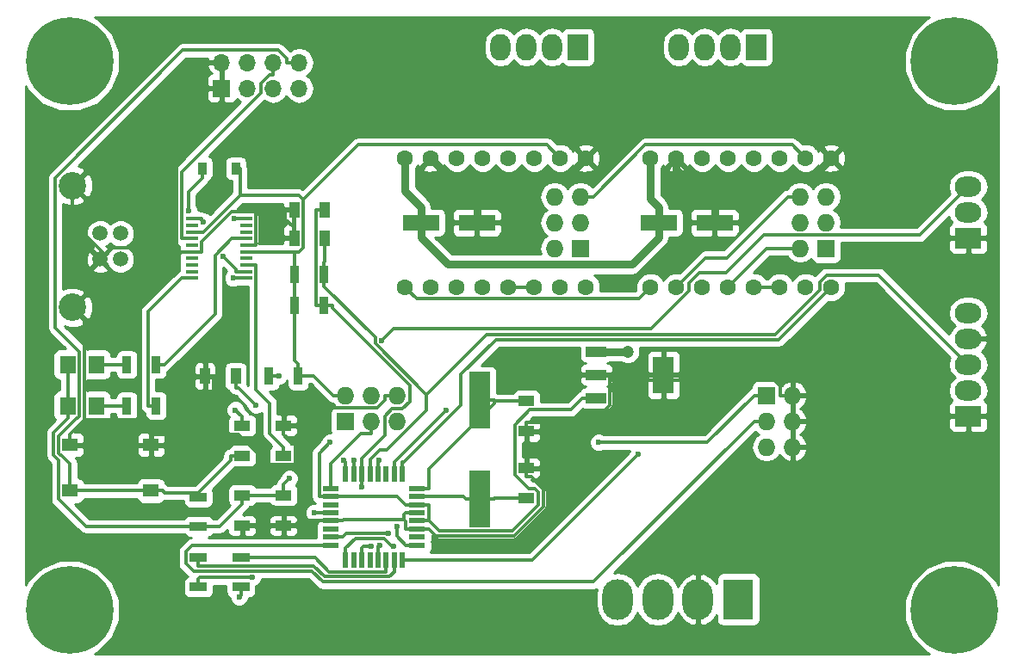
<source format=gbr>
G04 #@! TF.FileFunction,Copper,L1,Top,Signal*
%FSLAX46Y46*%
G04 Gerber Fmt 4.6, Leading zero omitted, Abs format (unit mm)*
G04 Created by KiCad (PCBNEW 4.0.6) date Fri Sep  8 15:32:27 2017*
%MOMM*%
%LPD*%
G01*
G04 APERTURE LIST*
%ADD10C,0.100000*%
%ADD11R,1.600000X1.000000*%
%ADD12R,1.000000X1.600000*%
%ADD13R,3.599180X1.600200*%
%ADD14R,1.597660X1.800860*%
%ADD15R,1.600000X0.550000*%
%ADD16R,0.550000X1.600000*%
%ADD17R,1.727200X1.727200*%
%ADD18O,1.727200X1.727200*%
%ADD19R,1.700000X0.900000*%
%ADD20R,0.900000X1.700000*%
%ADD21R,1.270000X0.406400*%
%ADD22R,2.100580X5.600700*%
%ADD23R,1.550000X1.300000*%
%ADD24R,2.032000X3.657600*%
%ADD25R,2.032000X1.016000*%
%ADD26R,0.900000X1.200000*%
%ADD27C,1.520000*%
%ADD28C,2.700000*%
%ADD29C,1.600000*%
%ADD30C,8.600000*%
%ADD31C,0.700000*%
%ADD32R,3.000000X4.000000*%
%ADD33O,3.000000X4.000000*%
%ADD34R,2.600000X2.000000*%
%ADD35O,2.600000X2.000000*%
%ADD36R,2.000000X2.600000*%
%ADD37O,2.000000X2.600000*%
%ADD38R,1.700000X1.700000*%
%ADD39O,1.700000X1.700000*%
%ADD40C,0.600000*%
%ADD41C,1.200000*%
%ADD42C,0.300000*%
%ADD43C,0.800000*%
%ADD44C,0.254000*%
G04 APERTURE END LIST*
D10*
D11*
X66040000Y-85701000D03*
X66040000Y-82701000D03*
D12*
X61317000Y-70993000D03*
X58317000Y-70993000D03*
D11*
X61976000Y-82701000D03*
X61976000Y-85701000D03*
X61976000Y-78843000D03*
X61976000Y-75843000D03*
X89916000Y-83034000D03*
X89916000Y-80034000D03*
X89916000Y-73430000D03*
X89916000Y-76430000D03*
D12*
X70080000Y-54610000D03*
X67080000Y-54610000D03*
X70080000Y-57404000D03*
X67080000Y-57404000D03*
D11*
X66040000Y-78843000D03*
X66040000Y-75843000D03*
D13*
X102913180Y-55880000D03*
X108414820Y-55880000D03*
X79545180Y-55880000D03*
X85046820Y-55880000D03*
D14*
X44808140Y-73914000D03*
X47647860Y-73914000D03*
X44808140Y-69850000D03*
X47647860Y-69850000D03*
D15*
X79180000Y-87636000D03*
X79180000Y-86836000D03*
X79180000Y-86036000D03*
X79180000Y-85236000D03*
X79180000Y-84436000D03*
X79180000Y-83636000D03*
X79180000Y-82836000D03*
X79180000Y-82036000D03*
D16*
X77730000Y-80586000D03*
X76930000Y-80586000D03*
X76130000Y-80586000D03*
X75330000Y-80586000D03*
X74530000Y-80586000D03*
X73730000Y-80586000D03*
X72930000Y-80586000D03*
X72130000Y-80586000D03*
D15*
X70680000Y-82036000D03*
X70680000Y-82836000D03*
X70680000Y-83636000D03*
X70680000Y-84436000D03*
X70680000Y-85236000D03*
X70680000Y-86036000D03*
X70680000Y-86836000D03*
X70680000Y-87636000D03*
D16*
X72130000Y-89086000D03*
X72930000Y-89086000D03*
X73730000Y-89086000D03*
X74530000Y-89086000D03*
X75330000Y-89086000D03*
X76130000Y-89086000D03*
X76930000Y-89086000D03*
X77730000Y-89086000D03*
D17*
X72136000Y-75438000D03*
D18*
X72136000Y-72898000D03*
X74676000Y-75438000D03*
X74676000Y-72898000D03*
X77216000Y-75438000D03*
X77216000Y-72898000D03*
D17*
X119380000Y-58420000D03*
D18*
X116840000Y-58420000D03*
X119380000Y-55880000D03*
X116840000Y-55880000D03*
X119380000Y-53340000D03*
X116840000Y-53340000D03*
D17*
X95250000Y-58420000D03*
D18*
X92710000Y-58420000D03*
X95250000Y-55880000D03*
X92710000Y-55880000D03*
X95250000Y-53340000D03*
X92710000Y-53340000D03*
D19*
X57658000Y-85778000D03*
X57658000Y-82878000D03*
X61849000Y-88847000D03*
X61849000Y-91747000D03*
X57658000Y-88847000D03*
X57658000Y-91747000D03*
D20*
X50620000Y-73914000D03*
X53520000Y-73914000D03*
X50620000Y-69850000D03*
X53520000Y-69850000D03*
X67130000Y-64008000D03*
X70030000Y-64008000D03*
X67130000Y-60960000D03*
X70030000Y-60960000D03*
X67490000Y-70993000D03*
X64590000Y-70993000D03*
D17*
X113538000Y-72898000D03*
D18*
X116078000Y-72898000D03*
X113538000Y-75438000D03*
X116078000Y-75438000D03*
X113538000Y-77978000D03*
X116078000Y-77978000D03*
D21*
X57023000Y-55499000D03*
X57023000Y-56134000D03*
X57023000Y-56794400D03*
X57023000Y-57454800D03*
X57023000Y-58089800D03*
X57023000Y-58750200D03*
X57023000Y-59410600D03*
X57023000Y-60045600D03*
X57023000Y-60706000D03*
X57023000Y-61341000D03*
X62357000Y-61341000D03*
X62357000Y-60706000D03*
X62357000Y-60045600D03*
X62357000Y-59410600D03*
X62357000Y-58750200D03*
X62357000Y-58089800D03*
X62357000Y-57454800D03*
X62357000Y-56794400D03*
X62357000Y-56134000D03*
X62357000Y-55499000D03*
D22*
X85344000Y-73383140D03*
X85344000Y-83080860D03*
D23*
X45047000Y-82260000D03*
X45047000Y-77760000D03*
X52997000Y-77760000D03*
X52997000Y-82260000D03*
D24*
X103378000Y-70866000D03*
D25*
X96774000Y-70866000D03*
X96774000Y-73152000D03*
X96774000Y-68580000D03*
D26*
X61340000Y-50546000D03*
X58040000Y-50546000D03*
D27*
X50000000Y-56960000D03*
X50000000Y-59500000D03*
X48000000Y-59500000D03*
X48000000Y-56960000D03*
D28*
X45300000Y-52230000D03*
X45300000Y-64230000D03*
D29*
X119888000Y-49530000D03*
X117348000Y-49530000D03*
X114808000Y-49530000D03*
X112268000Y-49530000D03*
X109728000Y-49530000D03*
X107188000Y-49530000D03*
X104648000Y-49530000D03*
X102108000Y-49530000D03*
X102108000Y-62230000D03*
X104648000Y-62230000D03*
X107188000Y-62230000D03*
X109728000Y-62230000D03*
X112268000Y-62230000D03*
X114808000Y-62230000D03*
X117348000Y-62230000D03*
X119888000Y-62230000D03*
X95758000Y-49530000D03*
X93218000Y-49530000D03*
X90678000Y-49530000D03*
X88138000Y-49530000D03*
X85598000Y-49530000D03*
X83058000Y-49530000D03*
X80518000Y-49530000D03*
X77978000Y-49530000D03*
X77978000Y-62230000D03*
X80518000Y-62230000D03*
X83058000Y-62230000D03*
X85598000Y-62230000D03*
X88138000Y-62230000D03*
X90678000Y-62230000D03*
X93218000Y-62230000D03*
X95758000Y-62230000D03*
D30*
X132000000Y-40000000D03*
D31*
X135225000Y-40000000D03*
X134280419Y-42280419D03*
X132000000Y-43225000D03*
X129719581Y-42280419D03*
X128775000Y-40000000D03*
X129719581Y-37719581D03*
X132000000Y-36775000D03*
X134280419Y-37719581D03*
D30*
X45000000Y-40000000D03*
D31*
X48225000Y-40000000D03*
X47280419Y-42280419D03*
X45000000Y-43225000D03*
X42719581Y-42280419D03*
X41775000Y-40000000D03*
X42719581Y-37719581D03*
X45000000Y-36775000D03*
X47280419Y-37719581D03*
D30*
X45000000Y-94000000D03*
D31*
X48225000Y-94000000D03*
X47280419Y-96280419D03*
X45000000Y-97225000D03*
X42719581Y-96280419D03*
X41775000Y-94000000D03*
X42719581Y-91719581D03*
X45000000Y-90775000D03*
X47280419Y-91719581D03*
D30*
X132000000Y-94000000D03*
D31*
X135225000Y-94000000D03*
X134280419Y-96280419D03*
X132000000Y-97225000D03*
X129719581Y-96280419D03*
X128775000Y-94000000D03*
X129719581Y-91719581D03*
X132000000Y-90775000D03*
X134280419Y-91719581D03*
D32*
X110744000Y-92964000D03*
D33*
X106781600Y-92964000D03*
X102819200Y-92964000D03*
X98856800Y-92964000D03*
D34*
X133350000Y-74930000D03*
D35*
X133350000Y-72390000D03*
X133350000Y-69850000D03*
X133350000Y-67310000D03*
X133350000Y-64770000D03*
D34*
X133350000Y-57404000D03*
D35*
X133350000Y-54864000D03*
X133350000Y-52324000D03*
D36*
X112522000Y-38608000D03*
D37*
X109982000Y-38608000D03*
X107442000Y-38608000D03*
X104902000Y-38608000D03*
D36*
X94996000Y-38608000D03*
D37*
X92456000Y-38608000D03*
X89916000Y-38608000D03*
X87376000Y-38608000D03*
D38*
X59944000Y-42672000D03*
D39*
X59944000Y-40132000D03*
X62484000Y-42672000D03*
X62484000Y-40132000D03*
X65024000Y-42672000D03*
X65024000Y-40132000D03*
X67564000Y-42672000D03*
X67564000Y-40132000D03*
D40*
X69036200Y-84436000D03*
X63331500Y-73824400D03*
D41*
X99868400Y-68575400D03*
D40*
X75483900Y-87617800D03*
X58168200Y-55777500D03*
X61303200Y-74319900D03*
X71967100Y-79272800D03*
X73730000Y-81906500D03*
X70628000Y-77494500D03*
X66608600Y-81068300D03*
X77153300Y-85792800D03*
X82042900Y-74350000D03*
X65557600Y-70993000D03*
X75430900Y-79284700D03*
X100905100Y-78672900D03*
X61081500Y-61341000D03*
X60128200Y-59214500D03*
X61664200Y-92730300D03*
X97004600Y-77518900D03*
X76315700Y-86448900D03*
X76831800Y-87711000D03*
X56688100Y-54676900D03*
X61211500Y-55499000D03*
X72930000Y-79281800D03*
X75706600Y-67493100D03*
X74656000Y-87752200D03*
X62934000Y-90822000D03*
D42*
X66040000Y-85701000D02*
X67190300Y-85701000D01*
X103378000Y-70866000D02*
X103378000Y-71400100D01*
X116078000Y-72898000D02*
X114864100Y-72898000D01*
X61976000Y-85701000D02*
X66040000Y-85701000D01*
X89916000Y-79608800D02*
X89916000Y-79183700D01*
X89916000Y-79608800D02*
X89916000Y-80034000D01*
X89916000Y-80034000D02*
X89916000Y-80884300D01*
X57023000Y-58750200D02*
X58008300Y-58750200D01*
X131191700Y-75438000D02*
X131699700Y-74930000D01*
X116078000Y-75438000D02*
X131191700Y-75438000D01*
X133350000Y-74930000D02*
X131699700Y-74930000D01*
X59944000Y-42672000D02*
X59944000Y-43872300D01*
X55927500Y-58750200D02*
X57023000Y-58750200D01*
X55537300Y-58360000D02*
X55927500Y-58750200D01*
X67080000Y-57404000D02*
X67080000Y-56253700D01*
X62357000Y-58089800D02*
X63342300Y-58089800D01*
X67080000Y-54610000D02*
X66229700Y-54610000D01*
X45300000Y-55834800D02*
X45300000Y-52230000D01*
X48482600Y-59017400D02*
X45300000Y-55834800D01*
X49140000Y-58360000D02*
X48482600Y-59017400D01*
X55537300Y-58360000D02*
X49140000Y-58360000D01*
X48482600Y-59017400D02*
X48000000Y-59500000D01*
X45047000Y-77760000D02*
X45047000Y-76759700D01*
X46478200Y-65408200D02*
X46478200Y-75328500D01*
X45300000Y-64230000D02*
X46478200Y-65408200D01*
X46478200Y-75328500D02*
X45047000Y-76759700D01*
X55537300Y-48279000D02*
X55537300Y-58360000D01*
X59944000Y-43872300D02*
X55537300Y-48279000D01*
X63342300Y-58089800D02*
X63342300Y-54805700D01*
X63342300Y-54805700D02*
X66210800Y-54805700D01*
X66229700Y-54786800D02*
X66210800Y-54805700D01*
X66229700Y-54610000D02*
X66229700Y-54786800D01*
X66904900Y-56253700D02*
X67080000Y-56253700D01*
X66210800Y-55559600D02*
X66904900Y-56253700D01*
X66210800Y-54805700D02*
X66210800Y-55559600D01*
X79180000Y-86036000D02*
X80330300Y-86036000D01*
X90358200Y-80884300D02*
X89916000Y-80884300D01*
X91602700Y-82128800D02*
X90358200Y-80884300D01*
X91602700Y-83866000D02*
X91602700Y-82128800D01*
X88722800Y-86745900D02*
X91602700Y-83866000D01*
X81040200Y-86745900D02*
X88722800Y-86745900D01*
X80330300Y-86036000D02*
X81040200Y-86745900D01*
X52997000Y-77760000D02*
X52997000Y-76759700D01*
X96774000Y-70866000D02*
X98140300Y-70866000D01*
X89916000Y-76430000D02*
X89916000Y-75579700D01*
X114313500Y-71400100D02*
X103378000Y-71400100D01*
X114864100Y-71950700D02*
X114313500Y-71400100D01*
X114864100Y-72898000D02*
X114864100Y-71950700D01*
X103378000Y-71400100D02*
X98140300Y-71400100D01*
X98140300Y-73814500D02*
X98140300Y-71400100D01*
X96375100Y-75579700D02*
X98140300Y-73814500D01*
X89916000Y-75579700D02*
X96375100Y-75579700D01*
X98140300Y-71400100D02*
X98140300Y-70866000D01*
X79180000Y-86036000D02*
X78029700Y-86036000D01*
X70680000Y-85236000D02*
X71830300Y-85236000D01*
X89916000Y-77280300D02*
X89916000Y-79183700D01*
X89916000Y-76430000D02*
X89916000Y-77280300D01*
X67190300Y-85701000D02*
X67655300Y-85236000D01*
X67655300Y-85236000D02*
X70680000Y-85236000D01*
X79180000Y-84436000D02*
X78029700Y-84436000D01*
X51565800Y-75328500D02*
X52997000Y-76759700D01*
X46478200Y-75328500D02*
X51565800Y-75328500D01*
X58317000Y-70993000D02*
X59167300Y-70993000D01*
X59167300Y-70993000D02*
X59167300Y-76693300D01*
X53063400Y-76693300D02*
X59167300Y-76693300D01*
X52997000Y-76759700D02*
X53063400Y-76693300D01*
X66040000Y-75843000D02*
X66040000Y-76693300D01*
X67219100Y-77872400D02*
X66040000Y-76693300D01*
X67219100Y-79698200D02*
X67219100Y-77872400D01*
X64639900Y-79698200D02*
X67219100Y-79698200D01*
X61635000Y-76693300D02*
X64639900Y-79698200D01*
X59167300Y-76693300D02*
X61635000Y-76693300D01*
X67655300Y-80134400D02*
X67655300Y-85236000D01*
X67219100Y-79698200D02*
X67655300Y-80134400D01*
X66920800Y-74111900D02*
X66040000Y-74992700D01*
X75243500Y-74111900D02*
X66920800Y-74111900D01*
X76002100Y-73353300D02*
X75243500Y-74111900D01*
X76002100Y-72898000D02*
X76002100Y-73353300D01*
X77216000Y-72898000D02*
X76002100Y-72898000D01*
X66040000Y-75843000D02*
X66040000Y-74992700D01*
X71929600Y-85136700D02*
X71830300Y-85236000D01*
X77866600Y-85136700D02*
X71929600Y-85136700D01*
X78029700Y-85299800D02*
X77866600Y-85136700D01*
X78029700Y-86036000D02*
X78029700Y-85299800D01*
X77866600Y-84599100D02*
X78029700Y-84436000D01*
X77866600Y-85136700D02*
X77866600Y-84599100D01*
X60975700Y-54805700D02*
X63342300Y-54805700D01*
X58008300Y-57773100D02*
X60975700Y-54805700D01*
X58008300Y-58750200D02*
X58008300Y-57773100D01*
D43*
X104648000Y-50612800D02*
X108414800Y-54379600D01*
X104648000Y-49530000D02*
X104648000Y-50612800D01*
X108414800Y-55880000D02*
X108414800Y-54379600D01*
X111172400Y-51622000D02*
X108414800Y-54379600D01*
X117796000Y-51622000D02*
X111172400Y-51622000D01*
X119888000Y-49530000D02*
X117796000Y-51622000D01*
X85046800Y-55880000D02*
X85046800Y-54379600D01*
X80518000Y-49530000D02*
X85207200Y-54219200D01*
X87804400Y-51622000D02*
X85207200Y-54219200D01*
X93666000Y-51622000D02*
X87804400Y-51622000D01*
X95758000Y-49530000D02*
X93666000Y-51622000D01*
X85207200Y-54219200D02*
X85046800Y-54379600D01*
D42*
X61650400Y-72143300D02*
X61317000Y-72143300D01*
X63331500Y-73824400D02*
X61650400Y-72143300D01*
X61317000Y-70993000D02*
X61317000Y-72143300D01*
X70680000Y-84436000D02*
X69036200Y-84436000D01*
D43*
X77978000Y-52812400D02*
X79545200Y-54379600D01*
X77978000Y-49530000D02*
X77978000Y-52812400D01*
X102913200Y-55880000D02*
X102913200Y-57380400D01*
X79545200Y-55129800D02*
X79545200Y-54379600D01*
X79545200Y-55129800D02*
X79545200Y-55880000D01*
X79545200Y-55880000D02*
X79545200Y-57380400D01*
X100286400Y-60007200D02*
X102913200Y-57380400D01*
X82172000Y-60007200D02*
X100286400Y-60007200D01*
X79545200Y-57380400D02*
X82172000Y-60007200D01*
X96774000Y-68580000D02*
X98490300Y-68580000D01*
X102108000Y-53574400D02*
X102913200Y-54379600D01*
X102108000Y-49530000D02*
X102108000Y-53574400D01*
X102913200Y-55880000D02*
X102913200Y-54379600D01*
X99863800Y-68580000D02*
X99868400Y-68575400D01*
X98490300Y-68580000D02*
X99863800Y-68580000D01*
D42*
X75330000Y-87771700D02*
X75330000Y-89086000D01*
X75483900Y-87617800D02*
X75330000Y-87771700D01*
X61976000Y-75843000D02*
X61976000Y-74992700D01*
X61303200Y-74319900D02*
X61976000Y-74992700D01*
X58008300Y-55617600D02*
X58168200Y-55777500D01*
X58008300Y-55499000D02*
X58008300Y-55617600D01*
X57023000Y-55499000D02*
X58008300Y-55499000D01*
X86791500Y-83034000D02*
X89916000Y-83034000D01*
X86744600Y-83080900D02*
X86791500Y-83034000D01*
X85344000Y-83080900D02*
X86744600Y-83080900D01*
X83698500Y-82836000D02*
X83943400Y-83080900D01*
X79180000Y-82836000D02*
X83698500Y-82836000D01*
X85344000Y-83080900D02*
X83943400Y-83080900D01*
X89916000Y-73430000D02*
X88765700Y-73430000D01*
X79180000Y-82036000D02*
X80330300Y-82036000D01*
X86766200Y-73430000D02*
X88765700Y-73430000D01*
X86744600Y-73408400D02*
X86766200Y-73430000D01*
X86744600Y-73383100D02*
X86744600Y-73408400D01*
X85344000Y-73383100D02*
X86744600Y-73383100D01*
X86766200Y-73648300D02*
X86766200Y-73430000D01*
X80330300Y-80084200D02*
X86766200Y-73648300D01*
X80330300Y-82036000D02*
X80330300Y-80084200D01*
X72130000Y-80586000D02*
X72130000Y-79435700D01*
X71967100Y-79272800D02*
X72130000Y-79435700D01*
X70080000Y-54610000D02*
X69229700Y-54610000D01*
X73730000Y-80586000D02*
X73730000Y-79435700D01*
X69229700Y-54610000D02*
X69229700Y-64008000D01*
X70030000Y-64008000D02*
X69229700Y-64008000D01*
X70030000Y-64008000D02*
X70830300Y-64008000D01*
X73730000Y-81906500D02*
X73730000Y-80586000D01*
X73730000Y-79068600D02*
X73730000Y-79435700D01*
X76002100Y-76796500D02*
X73730000Y-79068600D01*
X76002100Y-74935200D02*
X76002100Y-76796500D01*
X76713200Y-74224100D02*
X76002100Y-74935200D01*
X77729000Y-74224100D02*
X76713200Y-74224100D01*
X78434900Y-73518200D02*
X77729000Y-74224100D01*
X78434900Y-71877700D02*
X78434900Y-73518200D01*
X70830300Y-64273100D02*
X78434900Y-71877700D01*
X70830300Y-64008000D02*
X70830300Y-64273100D01*
X70080000Y-59709700D02*
X70080000Y-57404000D01*
X70030000Y-59759700D02*
X70080000Y-59709700D01*
X74530000Y-80586000D02*
X74530000Y-79435700D01*
X70030000Y-60359800D02*
X70030000Y-59759700D01*
X70030000Y-60359800D02*
X70030000Y-60960000D01*
X70030000Y-60960000D02*
X70030000Y-62160300D01*
X74530000Y-79219900D02*
X74530000Y-79435700D01*
X75489000Y-78260900D02*
X74530000Y-79219900D01*
X76153200Y-78260900D02*
X75489000Y-78260900D01*
X80089800Y-74324300D02*
X76153200Y-78260900D01*
X80089800Y-72825100D02*
X80089800Y-74324300D01*
X75056300Y-67791600D02*
X80089800Y-72825100D01*
X75056300Y-67186600D02*
X75056300Y-67791600D01*
X70030000Y-62160300D02*
X75056300Y-67186600D01*
X86029900Y-66885000D02*
X80089800Y-72825100D01*
X114333700Y-66885000D02*
X86029900Y-66885000D01*
X118737600Y-62481100D02*
X114333700Y-66885000D01*
X118737600Y-61725900D02*
X118737600Y-62481100D01*
X119402500Y-61061000D02*
X118737600Y-61725900D01*
X124561000Y-61061000D02*
X119402500Y-61061000D01*
X133350000Y-69850000D02*
X124561000Y-61061000D01*
X64673600Y-76626300D02*
X66040000Y-77992700D01*
X64673600Y-73652500D02*
X64673600Y-76626300D01*
X63342300Y-72321200D02*
X64673600Y-73652500D01*
X63342300Y-60045600D02*
X63342300Y-72321200D01*
X62357000Y-60045600D02*
X63342300Y-60045600D01*
X66040000Y-78843000D02*
X66040000Y-77992700D01*
X72136000Y-72898000D02*
X70922100Y-72898000D01*
X44808100Y-69850000D02*
X44808100Y-73914000D01*
X44808100Y-73914000D02*
X44808100Y-75164700D01*
X61340000Y-50546000D02*
X61740200Y-50546000D01*
X57023000Y-56794400D02*
X58008300Y-56794400D01*
X67130000Y-60359800D02*
X67130000Y-59759700D01*
X67130000Y-60359800D02*
X67130000Y-60960000D01*
X67130000Y-58750200D02*
X67130000Y-59759700D01*
X67130000Y-58750200D02*
X62357000Y-58750200D01*
X67576200Y-58750200D02*
X67130000Y-58750200D01*
X67939700Y-58386700D02*
X67576200Y-58750200D01*
X67939700Y-53658200D02*
X67939700Y-58386700D01*
X73357400Y-48240500D02*
X67939700Y-53658200D01*
X91928500Y-48240500D02*
X73357400Y-48240500D01*
X93218000Y-49530000D02*
X91928500Y-48240500D01*
X70680000Y-82836000D02*
X69529700Y-82836000D01*
X116033600Y-48215600D02*
X117348000Y-49530000D01*
X101588300Y-48215600D02*
X116033600Y-48215600D01*
X96463900Y-53340000D02*
X101588300Y-48215600D01*
X95250000Y-53340000D02*
X96463900Y-53340000D01*
X67504200Y-53222700D02*
X67939700Y-53658200D01*
X61740200Y-53222700D02*
X67504200Y-53222700D01*
X61740200Y-53222700D02*
X61740200Y-50546000D01*
X80330300Y-83636000D02*
X80330300Y-85236000D01*
X79180000Y-83636000D02*
X80330300Y-83636000D01*
X79180000Y-85236000D02*
X80330300Y-85236000D01*
X81339900Y-86245600D02*
X80330300Y-85236000D01*
X88515600Y-86245600D02*
X81339900Y-86245600D01*
X91102400Y-83658800D02*
X88515600Y-86245600D01*
X91102400Y-82397600D02*
X91102400Y-83658800D01*
X90775400Y-82070600D02*
X91102400Y-82397600D01*
X90150900Y-82070600D02*
X90775400Y-82070600D01*
X88765600Y-80685300D02*
X90150900Y-82070600D01*
X88765600Y-75769500D02*
X88765600Y-80685300D01*
X90254700Y-74280400D02*
X88765600Y-75769500D01*
X94279300Y-74280400D02*
X90254700Y-74280400D01*
X95407700Y-73152000D02*
X94279300Y-74280400D01*
X96774000Y-73152000D02*
X95407700Y-73152000D01*
X77229700Y-82836000D02*
X70680000Y-82836000D01*
X78029700Y-83636000D02*
X77229700Y-82836000D01*
X79180000Y-83636000D02*
X78029700Y-83636000D01*
X69017100Y-70993000D02*
X70922100Y-72898000D01*
X67490000Y-70993000D02*
X69017100Y-70993000D01*
X61976000Y-82701000D02*
X63126300Y-82701000D01*
X66040000Y-82701000D02*
X63126300Y-82701000D01*
X46608900Y-85778000D02*
X57658000Y-85778000D01*
X43921600Y-83090700D02*
X46608900Y-85778000D01*
X43921600Y-79262400D02*
X43921600Y-83090700D01*
X43921500Y-79262400D02*
X43921600Y-79262400D01*
X43421300Y-78762200D02*
X43921500Y-79262400D01*
X43421300Y-76551500D02*
X43421300Y-78762200D01*
X44808100Y-75164700D02*
X43421300Y-76551500D01*
X59749300Y-85778000D02*
X61976000Y-83551300D01*
X57658000Y-85778000D02*
X59749300Y-85778000D01*
X61976000Y-82701000D02*
X61976000Y-83551300D01*
X69529700Y-78592800D02*
X69529700Y-82836000D01*
X70628000Y-77494500D02*
X69529700Y-78592800D01*
X66040000Y-81636900D02*
X66040000Y-82701000D01*
X66608600Y-81068300D02*
X66040000Y-81636900D01*
X67130000Y-60960000D02*
X67130000Y-64008000D01*
X67130000Y-69432700D02*
X67490000Y-69792700D01*
X67130000Y-64008000D02*
X67130000Y-69432700D01*
X67490000Y-70993000D02*
X67490000Y-69792700D01*
X58168500Y-56794400D02*
X61740200Y-53222700D01*
X58008300Y-56794400D02*
X58168500Y-56794400D01*
X50620000Y-73914000D02*
X47647900Y-73914000D01*
X50620000Y-69850000D02*
X47647900Y-69850000D01*
X77153300Y-86759600D02*
X78029700Y-87636000D01*
X77153300Y-85792800D02*
X77153300Y-86759600D01*
X79180000Y-87636000D02*
X78029700Y-87636000D01*
X77886300Y-79435700D02*
X77730000Y-79435700D01*
X83495300Y-73826700D02*
X77886300Y-79435700D01*
X83495300Y-70833700D02*
X83495300Y-73826700D01*
X86943600Y-67385400D02*
X83495300Y-70833700D01*
X114732600Y-67385400D02*
X86943600Y-67385400D01*
X119888000Y-62230000D02*
X114732600Y-67385400D01*
X77730000Y-80586000D02*
X77730000Y-79435700D01*
X76957200Y-79435700D02*
X76930000Y-79435700D01*
X82042900Y-74350000D02*
X76957200Y-79435700D01*
X76930000Y-80586000D02*
X76930000Y-79435700D01*
X79130600Y-63382600D02*
X77978000Y-62230000D01*
X100955400Y-63382600D02*
X79130600Y-63382600D01*
X102108000Y-62230000D02*
X100955400Y-63382600D01*
X64590000Y-70993000D02*
X65390300Y-70993000D01*
X75330000Y-80586000D02*
X75330000Y-79435700D01*
X65390300Y-70993000D02*
X65557600Y-70993000D01*
X75430900Y-79334800D02*
X75330000Y-79435700D01*
X75430900Y-79284700D02*
X75430900Y-79334800D01*
X70544900Y-90236300D02*
X76130000Y-90236300D01*
X69155600Y-88847000D02*
X70544900Y-90236300D01*
X61849000Y-88847000D02*
X69155600Y-88847000D01*
X76130000Y-89086000D02*
X76130000Y-90236300D01*
X76930000Y-89086000D02*
X76930000Y-90236300D01*
X57658000Y-88847000D02*
X57658000Y-89647300D01*
X76429600Y-90736700D02*
X76930000Y-90236300D01*
X70087800Y-90736700D02*
X76429600Y-90736700D01*
X68998400Y-89647300D02*
X70087800Y-90736700D01*
X57658000Y-89647300D02*
X68998400Y-89647300D01*
X90492000Y-89086000D02*
X77730000Y-89086000D01*
X100905100Y-78672900D02*
X90492000Y-89086000D01*
X62357000Y-61341000D02*
X61371700Y-61341000D01*
X61371700Y-61341000D02*
X61081500Y-61341000D01*
X61371700Y-60458000D02*
X61371700Y-60706000D01*
X60128200Y-59214500D02*
X61371700Y-60458000D01*
X62357000Y-60706000D02*
X61371700Y-60706000D01*
X113538000Y-58420000D02*
X116840000Y-58420000D01*
X109728000Y-62230000D02*
X113538000Y-58420000D01*
X116840000Y-53340000D02*
X115626100Y-53340000D01*
X107540300Y-59337700D02*
X104648000Y-62230000D01*
X109628400Y-59337700D02*
X107540300Y-59337700D01*
X115626100Y-53340000D02*
X109628400Y-59337700D01*
X61847200Y-92547300D02*
X61849000Y-92547300D01*
X61664200Y-92730300D02*
X61847200Y-92547300D01*
X61849000Y-91747000D02*
X61849000Y-92547300D01*
X52719700Y-64659000D02*
X52719700Y-73914000D01*
X56037700Y-61341000D02*
X52719700Y-64659000D01*
X57023000Y-61341000D02*
X56037700Y-61341000D01*
X53520000Y-73914000D02*
X52719700Y-73914000D01*
X62357000Y-57454800D02*
X61371700Y-57454800D01*
X53520000Y-69850000D02*
X54320300Y-69850000D01*
X59327800Y-64842500D02*
X54320300Y-69850000D01*
X59327800Y-59095300D02*
X59327800Y-64842500D01*
X60968300Y-57454800D02*
X59327800Y-59095300D01*
X61371700Y-57454800D02*
X60968300Y-57454800D01*
X114808000Y-62230000D02*
X112268000Y-62230000D01*
X90678000Y-62230000D02*
X88138000Y-62230000D01*
X70680000Y-86836000D02*
X71830300Y-86836000D01*
X107703200Y-77518900D02*
X97004600Y-77518900D01*
X112324100Y-72898000D02*
X107703200Y-77518900D01*
X113538000Y-72898000D02*
X112324100Y-72898000D01*
X72217400Y-86448900D02*
X76315700Y-86448900D01*
X71830300Y-86836000D02*
X72217400Y-86448900D01*
X113538000Y-75438000D02*
X112324100Y-75438000D01*
X96514100Y-91248000D02*
X112324100Y-75438000D01*
X69891600Y-91248000D02*
X96514100Y-91248000D01*
X68815300Y-90171700D02*
X69891600Y-91248000D01*
X57184100Y-90171700D02*
X68815300Y-90171700D01*
X56442700Y-89430300D02*
X57184100Y-90171700D01*
X56442700Y-88263900D02*
X56442700Y-89430300D01*
X57070600Y-87636000D02*
X56442700Y-88263900D01*
X70680000Y-87636000D02*
X57070600Y-87636000D01*
X73109300Y-86956400D02*
X72130000Y-87935700D01*
X75896700Y-86956400D02*
X73109300Y-86956400D01*
X76651300Y-87711000D02*
X75896700Y-86956400D01*
X76831800Y-87711000D02*
X76651300Y-87711000D01*
X72130000Y-89086000D02*
X72130000Y-87935700D01*
X70680000Y-79585700D02*
X70680000Y-82036000D01*
X73613800Y-76651900D02*
X70680000Y-79585700D01*
X74676000Y-76651900D02*
X73613800Y-76651900D01*
X74676000Y-75438000D02*
X74676000Y-76651900D01*
X58040000Y-50546000D02*
X58040000Y-51496300D01*
X56688100Y-52848200D02*
X56688100Y-54676900D01*
X58040000Y-51496300D02*
X56688100Y-52848200D01*
X62357000Y-55499000D02*
X61371700Y-55499000D01*
X61371700Y-55499000D02*
X61211500Y-55499000D01*
X45047000Y-82260000D02*
X52997000Y-82260000D01*
X57658000Y-82878000D02*
X57658000Y-82477800D01*
X54340100Y-82477800D02*
X54122300Y-82260000D01*
X57658000Y-82477800D02*
X54340100Y-82477800D01*
X52997000Y-82260000D02*
X54122300Y-82260000D01*
X60825700Y-79310100D02*
X57658000Y-82477800D01*
X60825700Y-78843000D02*
X60825700Y-79310100D01*
X61976000Y-78843000D02*
X60825700Y-78843000D01*
X67564000Y-40132000D02*
X66363700Y-40132000D01*
X45047000Y-82260000D02*
X45047000Y-81259700D01*
X45046900Y-81259700D02*
X45047000Y-81259700D01*
X45046900Y-79606600D02*
X45046900Y-81259700D01*
X44200600Y-78760300D02*
X45046900Y-79606600D01*
X44126900Y-78760300D02*
X44200600Y-78760300D01*
X43921700Y-78555100D02*
X44126900Y-78760300D01*
X43921700Y-76913600D02*
X43921700Y-78555100D01*
X45670600Y-75164700D02*
X43921700Y-76913600D01*
X45752000Y-75164700D02*
X45670600Y-75164700D01*
X45957200Y-74959500D02*
X45752000Y-75164700D01*
X45957200Y-68592300D02*
X45957200Y-74959500D01*
X43593200Y-66228300D02*
X45957200Y-68592300D01*
X43593200Y-51474300D02*
X43593200Y-66228300D01*
X56142400Y-38925100D02*
X43593200Y-51474300D01*
X65531900Y-38925100D02*
X56142400Y-38925100D01*
X66363700Y-39756900D02*
X65531900Y-38925100D01*
X66363700Y-40132000D02*
X66363700Y-39756900D01*
X72930000Y-79281800D02*
X72930000Y-80586000D01*
X76865700Y-66334000D02*
X75706600Y-67493100D01*
X102206900Y-66334000D02*
X76865700Y-66334000D01*
X105918000Y-62622900D02*
X102206900Y-66334000D01*
X105918000Y-61865200D02*
X105918000Y-62622900D01*
X106944500Y-60838700D02*
X105918000Y-61865200D01*
X109492400Y-60838700D02*
X106944500Y-60838700D01*
X113231500Y-57099600D02*
X109492400Y-60838700D01*
X128574400Y-57099600D02*
X113231500Y-57099600D01*
X133350000Y-52324000D02*
X128574400Y-57099600D01*
X73913500Y-87752200D02*
X73730000Y-87935700D01*
X74656000Y-87752200D02*
X73913500Y-87752200D01*
X73730000Y-89086000D02*
X73730000Y-87935700D01*
X57658000Y-91747000D02*
X57658000Y-90946700D01*
X57782700Y-90822000D02*
X57658000Y-90946700D01*
X62934000Y-90822000D02*
X57782700Y-90822000D01*
X56037700Y-50886000D02*
X56037700Y-57454800D01*
X63823700Y-43100000D02*
X56037700Y-50886000D01*
X63823700Y-42157400D02*
X63823700Y-43100000D01*
X64648800Y-41332300D02*
X63823700Y-42157400D01*
X65024000Y-41332300D02*
X64648800Y-41332300D01*
X65024000Y-40132000D02*
X65024000Y-41332300D01*
X57023000Y-57454800D02*
X56037700Y-57454800D01*
D44*
G36*
X129208199Y-35813871D02*
X127818750Y-37200897D01*
X127065859Y-39014061D01*
X127064146Y-40977325D01*
X127813871Y-42791801D01*
X129200897Y-44181250D01*
X131014061Y-44934141D01*
X132977325Y-44935854D01*
X134791801Y-44186129D01*
X136181250Y-42799103D01*
X136315000Y-42476997D01*
X136315000Y-91520091D01*
X136186129Y-91208199D01*
X134799103Y-89818750D01*
X132985939Y-89065859D01*
X131022675Y-89064146D01*
X129208199Y-89813871D01*
X127818750Y-91200897D01*
X127065859Y-93014061D01*
X127064146Y-94977325D01*
X127813871Y-96791801D01*
X129200897Y-98181250D01*
X129523003Y-98315000D01*
X47479909Y-98315000D01*
X47791801Y-98186129D01*
X49181250Y-96799103D01*
X49934141Y-94985939D01*
X49935854Y-93022675D01*
X49186129Y-91208199D01*
X47799103Y-89818750D01*
X45985939Y-89065859D01*
X44022675Y-89064146D01*
X42208199Y-89813871D01*
X40818750Y-91200897D01*
X40685000Y-91523003D01*
X40685000Y-76551500D01*
X42636300Y-76551500D01*
X42636300Y-78762200D01*
X42696055Y-79062607D01*
X42866221Y-79317279D01*
X43136600Y-79587658D01*
X43136600Y-83090700D01*
X43196355Y-83391107D01*
X43366521Y-83645779D01*
X46053821Y-86333079D01*
X46308493Y-86503245D01*
X46608900Y-86563000D01*
X56268982Y-86563000D01*
X56343910Y-86679441D01*
X56556110Y-86824431D01*
X56808000Y-86875440D01*
X56947733Y-86875440D01*
X56770194Y-86910755D01*
X56515521Y-87080921D01*
X55887621Y-87708821D01*
X55717455Y-87963493D01*
X55707924Y-88011407D01*
X55657700Y-88263900D01*
X55657700Y-89430300D01*
X55717455Y-89730707D01*
X55887621Y-89985379D01*
X56592375Y-90690133D01*
X56572683Y-90693838D01*
X56356559Y-90832910D01*
X56211569Y-91045110D01*
X56160560Y-91297000D01*
X56160560Y-92197000D01*
X56204838Y-92432317D01*
X56343910Y-92648441D01*
X56556110Y-92793431D01*
X56808000Y-92844440D01*
X58508000Y-92844440D01*
X58743317Y-92800162D01*
X58959441Y-92661090D01*
X59104431Y-92448890D01*
X59155440Y-92197000D01*
X59155440Y-91607000D01*
X60351560Y-91607000D01*
X60351560Y-92197000D01*
X60395838Y-92432317D01*
X60534910Y-92648441D01*
X60729155Y-92781163D01*
X60729038Y-92915467D01*
X60871083Y-93259243D01*
X61133873Y-93522492D01*
X61477401Y-93665138D01*
X61849367Y-93665462D01*
X62193143Y-93523417D01*
X62456392Y-93260627D01*
X62599038Y-92917099D01*
X62599101Y-92844440D01*
X62699000Y-92844440D01*
X62934317Y-92800162D01*
X63150441Y-92661090D01*
X63295431Y-92448890D01*
X63346440Y-92197000D01*
X63346440Y-91663255D01*
X63462943Y-91615117D01*
X63726192Y-91352327D01*
X63868838Y-91008799D01*
X63868883Y-90956700D01*
X68490142Y-90956700D01*
X69336521Y-91803079D01*
X69591193Y-91973245D01*
X69891600Y-92033000D01*
X96514100Y-92033000D01*
X96808928Y-91974355D01*
X96721800Y-92412377D01*
X96721800Y-93515623D01*
X96884317Y-94332652D01*
X97347127Y-95025296D01*
X98039771Y-95488106D01*
X98856800Y-95650623D01*
X99673829Y-95488106D01*
X100366473Y-95025296D01*
X100829283Y-94332652D01*
X100838000Y-94288829D01*
X100846717Y-94332652D01*
X101309527Y-95025296D01*
X102002171Y-95488106D01*
X102819200Y-95650623D01*
X103636229Y-95488106D01*
X104328873Y-95025296D01*
X104791683Y-94332652D01*
X104812789Y-94226544D01*
X104857718Y-94398362D01*
X105361730Y-95063476D01*
X106081904Y-95485084D01*
X106322767Y-95549113D01*
X106654600Y-95436165D01*
X106654600Y-93091000D01*
X106634600Y-93091000D01*
X106634600Y-92837000D01*
X106654600Y-92837000D01*
X106654600Y-90491835D01*
X106908600Y-90491835D01*
X106908600Y-92837000D01*
X106928600Y-92837000D01*
X106928600Y-93091000D01*
X106908600Y-93091000D01*
X106908600Y-95436165D01*
X107240433Y-95549113D01*
X107481296Y-95485084D01*
X108201470Y-95063476D01*
X108596560Y-94542100D01*
X108596560Y-94964000D01*
X108640838Y-95199317D01*
X108779910Y-95415441D01*
X108992110Y-95560431D01*
X109244000Y-95611440D01*
X112244000Y-95611440D01*
X112479317Y-95567162D01*
X112695441Y-95428090D01*
X112840431Y-95215890D01*
X112891440Y-94964000D01*
X112891440Y-90964000D01*
X112847162Y-90728683D01*
X112708090Y-90512559D01*
X112495890Y-90367569D01*
X112244000Y-90316560D01*
X109244000Y-90316560D01*
X109008683Y-90360838D01*
X108792559Y-90499910D01*
X108647569Y-90712110D01*
X108596560Y-90964000D01*
X108596560Y-91385900D01*
X108201470Y-90864524D01*
X107481296Y-90442916D01*
X107240433Y-90378887D01*
X106908600Y-90491835D01*
X106654600Y-90491835D01*
X106322767Y-90378887D01*
X106081904Y-90442916D01*
X105361730Y-90864524D01*
X104857718Y-91529638D01*
X104812789Y-91701456D01*
X104791683Y-91595348D01*
X104328873Y-90902704D01*
X103636229Y-90439894D01*
X102819200Y-90277377D01*
X102002171Y-90439894D01*
X101309527Y-90902704D01*
X100846717Y-91595348D01*
X100838000Y-91639171D01*
X100829283Y-91595348D01*
X100366473Y-90902704D01*
X99673829Y-90439894D01*
X98856800Y-90277377D01*
X98529846Y-90342412D01*
X112419177Y-76453081D01*
X112448971Y-76497670D01*
X112763752Y-76708000D01*
X112448971Y-76918330D01*
X112124115Y-77404511D01*
X112010041Y-77978000D01*
X112124115Y-78551489D01*
X112448971Y-79037670D01*
X112935152Y-79362526D01*
X113508641Y-79476600D01*
X113567359Y-79476600D01*
X114140848Y-79362526D01*
X114627029Y-79037670D01*
X114807992Y-78766839D01*
X115189510Y-79184821D01*
X115718973Y-79432968D01*
X115951000Y-79312469D01*
X115951000Y-78105000D01*
X116205000Y-78105000D01*
X116205000Y-79312469D01*
X116437027Y-79432968D01*
X116966490Y-79184821D01*
X117360688Y-78752947D01*
X117532958Y-78337026D01*
X117411817Y-78105000D01*
X116205000Y-78105000D01*
X115951000Y-78105000D01*
X115931000Y-78105000D01*
X115931000Y-77851000D01*
X115951000Y-77851000D01*
X115951000Y-75565000D01*
X116205000Y-75565000D01*
X116205000Y-77851000D01*
X117411817Y-77851000D01*
X117532958Y-77618974D01*
X117360688Y-77203053D01*
X116966490Y-76771179D01*
X116831687Y-76708000D01*
X116966490Y-76644821D01*
X117360688Y-76212947D01*
X117532958Y-75797026D01*
X117411817Y-75565000D01*
X116205000Y-75565000D01*
X115951000Y-75565000D01*
X115931000Y-75565000D01*
X115931000Y-75311000D01*
X115951000Y-75311000D01*
X115951000Y-73025000D01*
X116205000Y-73025000D01*
X116205000Y-75311000D01*
X117411817Y-75311000D01*
X117461547Y-75215750D01*
X131415000Y-75215750D01*
X131415000Y-76056309D01*
X131511673Y-76289698D01*
X131690301Y-76468327D01*
X131923690Y-76565000D01*
X133064250Y-76565000D01*
X133223000Y-76406250D01*
X133223000Y-75057000D01*
X133477000Y-75057000D01*
X133477000Y-76406250D01*
X133635750Y-76565000D01*
X134776310Y-76565000D01*
X135009699Y-76468327D01*
X135188327Y-76289698D01*
X135285000Y-76056309D01*
X135285000Y-75215750D01*
X135126250Y-75057000D01*
X133477000Y-75057000D01*
X133223000Y-75057000D01*
X131573750Y-75057000D01*
X131415000Y-75215750D01*
X117461547Y-75215750D01*
X117532958Y-75078974D01*
X117360688Y-74663053D01*
X116966490Y-74231179D01*
X116831687Y-74168000D01*
X116966490Y-74104821D01*
X117360688Y-73672947D01*
X117532958Y-73257026D01*
X117411817Y-73025000D01*
X116205000Y-73025000D01*
X115951000Y-73025000D01*
X115931000Y-73025000D01*
X115931000Y-72771000D01*
X115951000Y-72771000D01*
X115951000Y-71563531D01*
X116205000Y-71563531D01*
X116205000Y-72771000D01*
X117411817Y-72771000D01*
X117532958Y-72538974D01*
X117360688Y-72123053D01*
X116966490Y-71691179D01*
X116437027Y-71443032D01*
X116205000Y-71563531D01*
X115951000Y-71563531D01*
X115718973Y-71443032D01*
X115189510Y-71691179D01*
X115019505Y-71877433D01*
X115004762Y-71799083D01*
X114865690Y-71582959D01*
X114653490Y-71437969D01*
X114401600Y-71386960D01*
X112674400Y-71386960D01*
X112439083Y-71431238D01*
X112222959Y-71570310D01*
X112077969Y-71782510D01*
X112026960Y-72034400D01*
X112026960Y-72172105D01*
X112023694Y-72172755D01*
X112023692Y-72172756D01*
X112023693Y-72172756D01*
X111769021Y-72342921D01*
X107378042Y-76733900D01*
X97542106Y-76733900D01*
X97534927Y-76726708D01*
X97191399Y-76584062D01*
X96819433Y-76583738D01*
X96475657Y-76725783D01*
X96212408Y-76988573D01*
X96069762Y-77332101D01*
X96069438Y-77704067D01*
X96211483Y-78047843D01*
X96474273Y-78311092D01*
X96817801Y-78453738D01*
X97189767Y-78454062D01*
X97533543Y-78312017D01*
X97541674Y-78303900D01*
X100045919Y-78303900D01*
X99970262Y-78486101D01*
X99970252Y-78497590D01*
X90166842Y-88301000D01*
X80482065Y-88301000D01*
X80576431Y-88162890D01*
X80627440Y-87911000D01*
X80627440Y-87361000D01*
X80603056Y-87231411D01*
X80627440Y-87111000D01*
X80627440Y-86643298D01*
X80784821Y-86800679D01*
X81039493Y-86970845D01*
X81339900Y-87030600D01*
X88515600Y-87030600D01*
X88816007Y-86970845D01*
X89070679Y-86800679D01*
X91657479Y-84213879D01*
X91827645Y-83959206D01*
X91887401Y-83658800D01*
X91887400Y-83658795D01*
X91887400Y-82397600D01*
X91827645Y-82097194D01*
X91657479Y-81842521D01*
X91330479Y-81515521D01*
X91075807Y-81345355D01*
X90775400Y-81285600D01*
X90476058Y-81285600D01*
X90359458Y-81169000D01*
X90842310Y-81169000D01*
X91075699Y-81072327D01*
X91254327Y-80893698D01*
X91351000Y-80660309D01*
X91351000Y-80319750D01*
X91192250Y-80161000D01*
X90043000Y-80161000D01*
X90043000Y-80181000D01*
X89789000Y-80181000D01*
X89789000Y-80161000D01*
X89769000Y-80161000D01*
X89769000Y-79907000D01*
X89789000Y-79907000D01*
X89789000Y-79057750D01*
X90043000Y-79057750D01*
X90043000Y-79907000D01*
X91192250Y-79907000D01*
X91351000Y-79748250D01*
X91351000Y-79407691D01*
X91254327Y-79174302D01*
X91075699Y-78995673D01*
X90842310Y-78899000D01*
X90201750Y-78899000D01*
X90043000Y-79057750D01*
X89789000Y-79057750D01*
X89630250Y-78899000D01*
X89550600Y-78899000D01*
X89550600Y-77565000D01*
X89630250Y-77565000D01*
X89789000Y-77406250D01*
X89789000Y-76557000D01*
X90043000Y-76557000D01*
X90043000Y-77406250D01*
X90201750Y-77565000D01*
X90842310Y-77565000D01*
X91075699Y-77468327D01*
X91254327Y-77289698D01*
X91351000Y-77056309D01*
X91351000Y-76715750D01*
X91192250Y-76557000D01*
X90043000Y-76557000D01*
X89789000Y-76557000D01*
X89769000Y-76557000D01*
X89769000Y-76303000D01*
X89789000Y-76303000D01*
X89789000Y-76283000D01*
X90043000Y-76283000D01*
X90043000Y-76303000D01*
X91192250Y-76303000D01*
X91351000Y-76144250D01*
X91351000Y-75803691D01*
X91254327Y-75570302D01*
X91075699Y-75391673D01*
X90842310Y-75295000D01*
X90350258Y-75295000D01*
X90579858Y-75065400D01*
X94279300Y-75065400D01*
X94579707Y-75005645D01*
X94834379Y-74835479D01*
X95451049Y-74218809D01*
X95506110Y-74256431D01*
X95758000Y-74307440D01*
X97790000Y-74307440D01*
X98025317Y-74263162D01*
X98241441Y-74124090D01*
X98386431Y-73911890D01*
X98437440Y-73660000D01*
X98437440Y-72644000D01*
X98393162Y-72408683D01*
X98254090Y-72192559D01*
X98041890Y-72047569D01*
X97851431Y-72009000D01*
X97916310Y-72009000D01*
X98149699Y-71912327D01*
X98328327Y-71733698D01*
X98425000Y-71500309D01*
X98425000Y-71151750D01*
X101727000Y-71151750D01*
X101727000Y-72821109D01*
X101823673Y-73054498D01*
X102002301Y-73233127D01*
X102235690Y-73329800D01*
X103092250Y-73329800D01*
X103251000Y-73171050D01*
X103251000Y-70993000D01*
X103505000Y-70993000D01*
X103505000Y-73171050D01*
X103663750Y-73329800D01*
X104520310Y-73329800D01*
X104753699Y-73233127D01*
X104932327Y-73054498D01*
X105029000Y-72821109D01*
X105029000Y-71151750D01*
X104870250Y-70993000D01*
X103505000Y-70993000D01*
X103251000Y-70993000D01*
X101885750Y-70993000D01*
X101727000Y-71151750D01*
X98425000Y-71151750D01*
X98266250Y-70993000D01*
X96901000Y-70993000D01*
X96901000Y-71013000D01*
X96647000Y-71013000D01*
X96647000Y-70993000D01*
X95281750Y-70993000D01*
X95123000Y-71151750D01*
X95123000Y-71500309D01*
X95219673Y-71733698D01*
X95398301Y-71912327D01*
X95631690Y-72009000D01*
X95691887Y-72009000D01*
X95522683Y-72040838D01*
X95306559Y-72179910D01*
X95161569Y-72392110D01*
X95156537Y-72416960D01*
X95107294Y-72426755D01*
X94852621Y-72596921D01*
X93954142Y-73495400D01*
X91363440Y-73495400D01*
X91363440Y-72930000D01*
X91319162Y-72694683D01*
X91180090Y-72478559D01*
X90967890Y-72333569D01*
X90716000Y-72282560D01*
X89116000Y-72282560D01*
X88880683Y-72326838D01*
X88664559Y-72465910D01*
X88542192Y-72645000D01*
X87041730Y-72645000D01*
X87041730Y-70582790D01*
X86997452Y-70347473D01*
X86858380Y-70131349D01*
X86646180Y-69986359D01*
X86394290Y-69935350D01*
X85503808Y-69935350D01*
X87268758Y-68170400D01*
X95110560Y-68170400D01*
X95110560Y-69088000D01*
X95154838Y-69323317D01*
X95293910Y-69539441D01*
X95506110Y-69684431D01*
X95696569Y-69723000D01*
X95631690Y-69723000D01*
X95398301Y-69819673D01*
X95219673Y-69998302D01*
X95123000Y-70231691D01*
X95123000Y-70580250D01*
X95281750Y-70739000D01*
X96647000Y-70739000D01*
X96647000Y-70719000D01*
X96901000Y-70719000D01*
X96901000Y-70739000D01*
X98266250Y-70739000D01*
X98425000Y-70580250D01*
X98425000Y-70231691D01*
X98328327Y-69998302D01*
X98149699Y-69819673D01*
X97916310Y-69723000D01*
X97856113Y-69723000D01*
X98025317Y-69691162D01*
X98143676Y-69615000D01*
X99161156Y-69615000D01*
X99167915Y-69621771D01*
X99621666Y-69810185D01*
X100112979Y-69810614D01*
X100567057Y-69622992D01*
X100914771Y-69275885D01*
X101066329Y-68910891D01*
X101727000Y-68910891D01*
X101727000Y-70580250D01*
X101885750Y-70739000D01*
X103251000Y-70739000D01*
X103251000Y-68560950D01*
X103505000Y-68560950D01*
X103505000Y-70739000D01*
X104870250Y-70739000D01*
X105029000Y-70580250D01*
X105029000Y-68910891D01*
X104932327Y-68677502D01*
X104753699Y-68498873D01*
X104520310Y-68402200D01*
X103663750Y-68402200D01*
X103505000Y-68560950D01*
X103251000Y-68560950D01*
X103092250Y-68402200D01*
X102235690Y-68402200D01*
X102002301Y-68498873D01*
X101823673Y-68677502D01*
X101727000Y-68910891D01*
X101066329Y-68910891D01*
X101103185Y-68822134D01*
X101103614Y-68330821D01*
X101037329Y-68170400D01*
X114732600Y-68170400D01*
X115033007Y-68110645D01*
X115287679Y-67940479D01*
X119574528Y-63653630D01*
X119601309Y-63664750D01*
X120172187Y-63665248D01*
X120699800Y-63447243D01*
X121103824Y-63043923D01*
X121322750Y-62516691D01*
X121323248Y-61945813D01*
X121282006Y-61846000D01*
X124235842Y-61846000D01*
X131546652Y-69156810D01*
X131501548Y-69224313D01*
X131377091Y-69850000D01*
X131501548Y-70475687D01*
X131855971Y-71006120D01*
X132026405Y-71120000D01*
X131855971Y-71233880D01*
X131501548Y-71764313D01*
X131377091Y-72390000D01*
X131501548Y-73015687D01*
X131739231Y-73371406D01*
X131690301Y-73391673D01*
X131511673Y-73570302D01*
X131415000Y-73803691D01*
X131415000Y-74644250D01*
X131573750Y-74803000D01*
X133223000Y-74803000D01*
X133223000Y-74783000D01*
X133477000Y-74783000D01*
X133477000Y-74803000D01*
X135126250Y-74803000D01*
X135285000Y-74644250D01*
X135285000Y-73803691D01*
X135188327Y-73570302D01*
X135009699Y-73391673D01*
X134960769Y-73371406D01*
X135198452Y-73015687D01*
X135322909Y-72390000D01*
X135198452Y-71764313D01*
X134844029Y-71233880D01*
X134673595Y-71120000D01*
X134844029Y-71006120D01*
X135198452Y-70475687D01*
X135322909Y-69850000D01*
X135198452Y-69224313D01*
X134844029Y-68693880D01*
X134653812Y-68566781D01*
X134895922Y-68376317D01*
X135209144Y-67818355D01*
X135240124Y-67690434D01*
X135120777Y-67437000D01*
X133477000Y-67437000D01*
X133477000Y-67457000D01*
X133223000Y-67457000D01*
X133223000Y-67437000D01*
X133203000Y-67437000D01*
X133203000Y-67183000D01*
X133223000Y-67183000D01*
X133223000Y-67163000D01*
X133477000Y-67163000D01*
X133477000Y-67183000D01*
X135120777Y-67183000D01*
X135240124Y-66929566D01*
X135209144Y-66801645D01*
X134895922Y-66243683D01*
X134653812Y-66053219D01*
X134844029Y-65926120D01*
X135198452Y-65395687D01*
X135322909Y-64770000D01*
X135198452Y-64144313D01*
X134844029Y-63613880D01*
X134313596Y-63259457D01*
X133687909Y-63135000D01*
X133012091Y-63135000D01*
X132386404Y-63259457D01*
X131855971Y-63613880D01*
X131501548Y-64144313D01*
X131377091Y-64770000D01*
X131501548Y-65395687D01*
X131855971Y-65926120D01*
X132046188Y-66053219D01*
X131804078Y-66243683D01*
X131490856Y-66801645D01*
X131475443Y-66865285D01*
X125116079Y-60505921D01*
X124861407Y-60335755D01*
X124561000Y-60276000D01*
X119402505Y-60276000D01*
X119402500Y-60275999D01*
X119102094Y-60335755D01*
X118847421Y-60505921D01*
X118250467Y-61102875D01*
X118161923Y-61014176D01*
X117634691Y-60795250D01*
X117063813Y-60794752D01*
X116536200Y-61012757D01*
X116132176Y-61416077D01*
X116078138Y-61546215D01*
X116025243Y-61418200D01*
X115621923Y-61014176D01*
X115094691Y-60795250D01*
X114523813Y-60794752D01*
X113996200Y-61012757D01*
X113592176Y-61416077D01*
X113580166Y-61445000D01*
X113496317Y-61445000D01*
X113485243Y-61418200D01*
X113081923Y-61014176D01*
X112554691Y-60795250D01*
X112273154Y-60795004D01*
X113863158Y-59205000D01*
X115567442Y-59205000D01*
X115750971Y-59479670D01*
X116237152Y-59804526D01*
X116810641Y-59918600D01*
X116869359Y-59918600D01*
X117442848Y-59804526D01*
X117908442Y-59493426D01*
X117913238Y-59518917D01*
X118052310Y-59735041D01*
X118264510Y-59880031D01*
X118516400Y-59931040D01*
X120243600Y-59931040D01*
X120478917Y-59886762D01*
X120695041Y-59747690D01*
X120840031Y-59535490D01*
X120891040Y-59283600D01*
X120891040Y-57884600D01*
X128574400Y-57884600D01*
X128874807Y-57824845D01*
X129076991Y-57689750D01*
X131415000Y-57689750D01*
X131415000Y-58530309D01*
X131511673Y-58763698D01*
X131690301Y-58942327D01*
X131923690Y-59039000D01*
X133064250Y-59039000D01*
X133223000Y-58880250D01*
X133223000Y-57531000D01*
X133477000Y-57531000D01*
X133477000Y-58880250D01*
X133635750Y-59039000D01*
X134776310Y-59039000D01*
X135009699Y-58942327D01*
X135188327Y-58763698D01*
X135285000Y-58530309D01*
X135285000Y-57689750D01*
X135126250Y-57531000D01*
X133477000Y-57531000D01*
X133223000Y-57531000D01*
X131573750Y-57531000D01*
X131415000Y-57689750D01*
X129076991Y-57689750D01*
X129129479Y-57654679D01*
X131467192Y-55316966D01*
X131501548Y-55489687D01*
X131739231Y-55845406D01*
X131690301Y-55865673D01*
X131511673Y-56044302D01*
X131415000Y-56277691D01*
X131415000Y-57118250D01*
X131573750Y-57277000D01*
X133223000Y-57277000D01*
X133223000Y-57257000D01*
X133477000Y-57257000D01*
X133477000Y-57277000D01*
X135126250Y-57277000D01*
X135285000Y-57118250D01*
X135285000Y-56277691D01*
X135188327Y-56044302D01*
X135009699Y-55865673D01*
X134960769Y-55845406D01*
X135198452Y-55489687D01*
X135322909Y-54864000D01*
X135198452Y-54238313D01*
X134844029Y-53707880D01*
X134673595Y-53594000D01*
X134844029Y-53480120D01*
X135198452Y-52949687D01*
X135322909Y-52324000D01*
X135198452Y-51698313D01*
X134844029Y-51167880D01*
X134313596Y-50813457D01*
X133687909Y-50689000D01*
X133012091Y-50689000D01*
X132386404Y-50813457D01*
X131855971Y-51167880D01*
X131501548Y-51698313D01*
X131377091Y-52324000D01*
X131501548Y-52949687D01*
X131546652Y-53017190D01*
X128249242Y-56314600D01*
X120821512Y-56314600D01*
X120907959Y-55880000D01*
X120793885Y-55306511D01*
X120469029Y-54820330D01*
X120154248Y-54610000D01*
X120469029Y-54399670D01*
X120793885Y-53913489D01*
X120907959Y-53340000D01*
X120793885Y-52766511D01*
X120469029Y-52280330D01*
X119982848Y-51955474D01*
X119409359Y-51841400D01*
X119350641Y-51841400D01*
X118777152Y-51955474D01*
X118290971Y-52280330D01*
X118110000Y-52551172D01*
X117929029Y-52280330D01*
X117442848Y-51955474D01*
X116869359Y-51841400D01*
X116810641Y-51841400D01*
X116237152Y-51955474D01*
X115750971Y-52280330D01*
X115558451Y-52568456D01*
X115325694Y-52614755D01*
X115071021Y-52784921D01*
X109303242Y-58552700D01*
X107540300Y-58552700D01*
X107239894Y-58612455D01*
X106985221Y-58782621D01*
X104961472Y-60806370D01*
X104934691Y-60795250D01*
X104363813Y-60794752D01*
X103836200Y-61012757D01*
X103432176Y-61416077D01*
X103378138Y-61546215D01*
X103325243Y-61418200D01*
X102921923Y-61014176D01*
X102394691Y-60795250D01*
X101823813Y-60794752D01*
X101296200Y-61012757D01*
X100892176Y-61416077D01*
X100673250Y-61943309D01*
X100672752Y-62514187D01*
X100684711Y-62543131D01*
X100630242Y-62597600D01*
X97159154Y-62597600D01*
X97192750Y-62516691D01*
X97193248Y-61945813D01*
X96975243Y-61418200D01*
X96599898Y-61042200D01*
X100286395Y-61042200D01*
X100286400Y-61042201D01*
X100682477Y-60963415D01*
X101018256Y-60739056D01*
X103645053Y-58112258D01*
X103645056Y-58112256D01*
X103787174Y-57899560D01*
X103869415Y-57776478D01*
X103948201Y-57380400D01*
X103948200Y-57380395D01*
X103948200Y-57327540D01*
X104712770Y-57327540D01*
X104948087Y-57283262D01*
X105164211Y-57144190D01*
X105309201Y-56931990D01*
X105360210Y-56680100D01*
X105360210Y-56165750D01*
X105980230Y-56165750D01*
X105980230Y-56806410D01*
X106076903Y-57039799D01*
X106255532Y-57218427D01*
X106488921Y-57315100D01*
X108129070Y-57315100D01*
X108287820Y-57156350D01*
X108287820Y-56007000D01*
X108541820Y-56007000D01*
X108541820Y-57156350D01*
X108700570Y-57315100D01*
X110340719Y-57315100D01*
X110574108Y-57218427D01*
X110752737Y-57039799D01*
X110849410Y-56806410D01*
X110849410Y-56165750D01*
X110690660Y-56007000D01*
X108541820Y-56007000D01*
X108287820Y-56007000D01*
X106138980Y-56007000D01*
X105980230Y-56165750D01*
X105360210Y-56165750D01*
X105360210Y-55079900D01*
X105336444Y-54953590D01*
X105980230Y-54953590D01*
X105980230Y-55594250D01*
X106138980Y-55753000D01*
X108287820Y-55753000D01*
X108287820Y-54603650D01*
X108541820Y-54603650D01*
X108541820Y-55753000D01*
X110690660Y-55753000D01*
X110849410Y-55594250D01*
X110849410Y-54953590D01*
X110752737Y-54720201D01*
X110574108Y-54541573D01*
X110340719Y-54444900D01*
X108700570Y-54444900D01*
X108541820Y-54603650D01*
X108287820Y-54603650D01*
X108129070Y-54444900D01*
X106488921Y-54444900D01*
X106255532Y-54541573D01*
X106076903Y-54720201D01*
X105980230Y-54953590D01*
X105336444Y-54953590D01*
X105315932Y-54844583D01*
X105176860Y-54628459D01*
X104964660Y-54483469D01*
X104712770Y-54432460D01*
X103948200Y-54432460D01*
X103948200Y-54379605D01*
X103948201Y-54379600D01*
X103869415Y-53983523D01*
X103725819Y-53768615D01*
X103645056Y-53647744D01*
X103645053Y-53647742D01*
X103143000Y-53145688D01*
X103143000Y-50537745D01*
X103819861Y-50537745D01*
X103893995Y-50783864D01*
X104431223Y-50976965D01*
X105001454Y-50949778D01*
X105402005Y-50783864D01*
X105476139Y-50537745D01*
X104648000Y-49709605D01*
X103819861Y-50537745D01*
X103143000Y-50537745D01*
X103143000Y-50524432D01*
X103323824Y-50343923D01*
X103371448Y-50229232D01*
X103394136Y-50284005D01*
X103640255Y-50358139D01*
X104468395Y-49530000D01*
X104454252Y-49515858D01*
X104633858Y-49336253D01*
X104648000Y-49350395D01*
X104662143Y-49336253D01*
X104841748Y-49515858D01*
X104827605Y-49530000D01*
X105655745Y-50358139D01*
X105901864Y-50284005D01*
X105922805Y-50225746D01*
X105970757Y-50341800D01*
X106374077Y-50745824D01*
X106901309Y-50964750D01*
X107472187Y-50965248D01*
X107999800Y-50747243D01*
X108403824Y-50343923D01*
X108457862Y-50213785D01*
X108510757Y-50341800D01*
X108914077Y-50745824D01*
X109441309Y-50964750D01*
X110012187Y-50965248D01*
X110539800Y-50747243D01*
X110943824Y-50343923D01*
X110997862Y-50213785D01*
X111050757Y-50341800D01*
X111454077Y-50745824D01*
X111981309Y-50964750D01*
X112552187Y-50965248D01*
X113079800Y-50747243D01*
X113483824Y-50343923D01*
X113537862Y-50213785D01*
X113590757Y-50341800D01*
X113994077Y-50745824D01*
X114521309Y-50964750D01*
X115092187Y-50965248D01*
X115619800Y-50747243D01*
X116023824Y-50343923D01*
X116077862Y-50213785D01*
X116130757Y-50341800D01*
X116534077Y-50745824D01*
X117061309Y-50964750D01*
X117632187Y-50965248D01*
X118159800Y-50747243D01*
X118369663Y-50537745D01*
X119059861Y-50537745D01*
X119133995Y-50783864D01*
X119671223Y-50976965D01*
X120241454Y-50949778D01*
X120642005Y-50783864D01*
X120716139Y-50537745D01*
X119888000Y-49709605D01*
X119059861Y-50537745D01*
X118369663Y-50537745D01*
X118563824Y-50343923D01*
X118611448Y-50229232D01*
X118634136Y-50284005D01*
X118880255Y-50358139D01*
X119708395Y-49530000D01*
X120067605Y-49530000D01*
X120895745Y-50358139D01*
X121141864Y-50284005D01*
X121334965Y-49746777D01*
X121307778Y-49176546D01*
X121141864Y-48775995D01*
X120895745Y-48701861D01*
X120067605Y-49530000D01*
X119708395Y-49530000D01*
X118880255Y-48701861D01*
X118634136Y-48775995D01*
X118613195Y-48834254D01*
X118565243Y-48718200D01*
X118369640Y-48522255D01*
X119059861Y-48522255D01*
X119888000Y-49350395D01*
X120716139Y-48522255D01*
X120642005Y-48276136D01*
X120104777Y-48083035D01*
X119534546Y-48110222D01*
X119133995Y-48276136D01*
X119059861Y-48522255D01*
X118369640Y-48522255D01*
X118161923Y-48314176D01*
X117634691Y-48095250D01*
X117063813Y-48094752D01*
X117034869Y-48106711D01*
X116588679Y-47660521D01*
X116334007Y-47490355D01*
X116033600Y-47430600D01*
X101588300Y-47430600D01*
X101287893Y-47490355D01*
X101033221Y-47660521D01*
X96368823Y-52324919D01*
X96339029Y-52280330D01*
X95852848Y-51955474D01*
X95279359Y-51841400D01*
X95220641Y-51841400D01*
X94647152Y-51955474D01*
X94160971Y-52280330D01*
X93980000Y-52551172D01*
X93799029Y-52280330D01*
X93312848Y-51955474D01*
X92739359Y-51841400D01*
X92680641Y-51841400D01*
X92107152Y-51955474D01*
X91620971Y-52280330D01*
X91296115Y-52766511D01*
X91182041Y-53340000D01*
X91296115Y-53913489D01*
X91620971Y-54399670D01*
X91935752Y-54610000D01*
X91620971Y-54820330D01*
X91296115Y-55306511D01*
X91182041Y-55880000D01*
X91296115Y-56453489D01*
X91620971Y-56939670D01*
X91935752Y-57150000D01*
X91620971Y-57360330D01*
X91296115Y-57846511D01*
X91182041Y-58420000D01*
X91291880Y-58972200D01*
X82600711Y-58972200D01*
X80956052Y-57327540D01*
X81344770Y-57327540D01*
X81580087Y-57283262D01*
X81796211Y-57144190D01*
X81941201Y-56931990D01*
X81992210Y-56680100D01*
X81992210Y-56165750D01*
X82612230Y-56165750D01*
X82612230Y-56806410D01*
X82708903Y-57039799D01*
X82887532Y-57218427D01*
X83120921Y-57315100D01*
X84761070Y-57315100D01*
X84919820Y-57156350D01*
X84919820Y-56007000D01*
X85173820Y-56007000D01*
X85173820Y-57156350D01*
X85332570Y-57315100D01*
X86972719Y-57315100D01*
X87206108Y-57218427D01*
X87384737Y-57039799D01*
X87481410Y-56806410D01*
X87481410Y-56165750D01*
X87322660Y-56007000D01*
X85173820Y-56007000D01*
X84919820Y-56007000D01*
X82770980Y-56007000D01*
X82612230Y-56165750D01*
X81992210Y-56165750D01*
X81992210Y-55079900D01*
X81968444Y-54953590D01*
X82612230Y-54953590D01*
X82612230Y-55594250D01*
X82770980Y-55753000D01*
X84919820Y-55753000D01*
X84919820Y-54603650D01*
X85173820Y-54603650D01*
X85173820Y-55753000D01*
X87322660Y-55753000D01*
X87481410Y-55594250D01*
X87481410Y-54953590D01*
X87384737Y-54720201D01*
X87206108Y-54541573D01*
X86972719Y-54444900D01*
X85332570Y-54444900D01*
X85173820Y-54603650D01*
X84919820Y-54603650D01*
X84761070Y-54444900D01*
X83120921Y-54444900D01*
X82887532Y-54541573D01*
X82708903Y-54720201D01*
X82612230Y-54953590D01*
X81968444Y-54953590D01*
X81947932Y-54844583D01*
X81808860Y-54628459D01*
X81596660Y-54483469D01*
X81344770Y-54432460D01*
X80580200Y-54432460D01*
X80580200Y-54379600D01*
X80501415Y-53983523D01*
X80277056Y-53647744D01*
X80277053Y-53647742D01*
X79013000Y-52383688D01*
X79013000Y-50537745D01*
X79689861Y-50537745D01*
X79763995Y-50783864D01*
X80301223Y-50976965D01*
X80871454Y-50949778D01*
X81272005Y-50783864D01*
X81346139Y-50537745D01*
X80518000Y-49709605D01*
X79689861Y-50537745D01*
X79013000Y-50537745D01*
X79013000Y-50524432D01*
X79193824Y-50343923D01*
X79241448Y-50229232D01*
X79264136Y-50284005D01*
X79510255Y-50358139D01*
X80338395Y-49530000D01*
X80324252Y-49515858D01*
X80503858Y-49336253D01*
X80518000Y-49350395D01*
X80532143Y-49336253D01*
X80711748Y-49515858D01*
X80697605Y-49530000D01*
X81525745Y-50358139D01*
X81771864Y-50284005D01*
X81792805Y-50225746D01*
X81840757Y-50341800D01*
X82244077Y-50745824D01*
X82771309Y-50964750D01*
X83342187Y-50965248D01*
X83869800Y-50747243D01*
X84273824Y-50343923D01*
X84327862Y-50213785D01*
X84380757Y-50341800D01*
X84784077Y-50745824D01*
X85311309Y-50964750D01*
X85882187Y-50965248D01*
X86409800Y-50747243D01*
X86813824Y-50343923D01*
X86867862Y-50213785D01*
X86920757Y-50341800D01*
X87324077Y-50745824D01*
X87851309Y-50964750D01*
X88422187Y-50965248D01*
X88949800Y-50747243D01*
X89353824Y-50343923D01*
X89407862Y-50213785D01*
X89460757Y-50341800D01*
X89864077Y-50745824D01*
X90391309Y-50964750D01*
X90962187Y-50965248D01*
X91489800Y-50747243D01*
X91893824Y-50343923D01*
X91947862Y-50213785D01*
X92000757Y-50341800D01*
X92404077Y-50745824D01*
X92931309Y-50964750D01*
X93502187Y-50965248D01*
X94029800Y-50747243D01*
X94239663Y-50537745D01*
X94929861Y-50537745D01*
X95003995Y-50783864D01*
X95541223Y-50976965D01*
X96111454Y-50949778D01*
X96512005Y-50783864D01*
X96586139Y-50537745D01*
X95758000Y-49709605D01*
X94929861Y-50537745D01*
X94239663Y-50537745D01*
X94433824Y-50343923D01*
X94481448Y-50229232D01*
X94504136Y-50284005D01*
X94750255Y-50358139D01*
X95578395Y-49530000D01*
X95937605Y-49530000D01*
X96765745Y-50358139D01*
X97011864Y-50284005D01*
X97204965Y-49746777D01*
X97177778Y-49176546D01*
X97011864Y-48775995D01*
X96765745Y-48701861D01*
X95937605Y-49530000D01*
X95578395Y-49530000D01*
X94750255Y-48701861D01*
X94504136Y-48775995D01*
X94483195Y-48834254D01*
X94435243Y-48718200D01*
X94239640Y-48522255D01*
X94929861Y-48522255D01*
X95758000Y-49350395D01*
X96586139Y-48522255D01*
X96512005Y-48276136D01*
X95974777Y-48083035D01*
X95404546Y-48110222D01*
X95003995Y-48276136D01*
X94929861Y-48522255D01*
X94239640Y-48522255D01*
X94031923Y-48314176D01*
X93504691Y-48095250D01*
X92933813Y-48094752D01*
X92904869Y-48106711D01*
X92483579Y-47685421D01*
X92228907Y-47515255D01*
X91928500Y-47455500D01*
X73357400Y-47455500D01*
X73056994Y-47515255D01*
X72802321Y-47685421D01*
X67915914Y-52571828D01*
X67804607Y-52497455D01*
X67504200Y-52437700D01*
X62525200Y-52437700D01*
X62525200Y-50546000D01*
X62465445Y-50245594D01*
X62437440Y-50203681D01*
X62437440Y-49946000D01*
X62393162Y-49710683D01*
X62254090Y-49494559D01*
X62041890Y-49349569D01*
X61790000Y-49298560D01*
X60890000Y-49298560D01*
X60654683Y-49342838D01*
X60438559Y-49481910D01*
X60293569Y-49694110D01*
X60242560Y-49946000D01*
X60242560Y-51146000D01*
X60286838Y-51381317D01*
X60425910Y-51597441D01*
X60638110Y-51742431D01*
X60890000Y-51793440D01*
X60955200Y-51793440D01*
X60955200Y-52897542D01*
X58782907Y-55069835D01*
X58698527Y-54985308D01*
X58505137Y-54905005D01*
X58308706Y-54773755D01*
X58008300Y-54714000D01*
X57931303Y-54714000D01*
X57909890Y-54699369D01*
X57658000Y-54648360D01*
X57623126Y-54648360D01*
X57623262Y-54491733D01*
X57481217Y-54147957D01*
X57473100Y-54139826D01*
X57473100Y-53173358D01*
X58595079Y-52051379D01*
X58765245Y-51796707D01*
X58781951Y-51712719D01*
X58941441Y-51610090D01*
X59086431Y-51397890D01*
X59137440Y-51146000D01*
X59137440Y-49946000D01*
X59093162Y-49710683D01*
X58954090Y-49494559D01*
X58741890Y-49349569D01*
X58693989Y-49339869D01*
X64159037Y-43874821D01*
X64455715Y-44073054D01*
X65024000Y-44186093D01*
X65592285Y-44073054D01*
X66074054Y-43751147D01*
X66294000Y-43421974D01*
X66513946Y-43751147D01*
X66995715Y-44073054D01*
X67564000Y-44186093D01*
X68132285Y-44073054D01*
X68614054Y-43751147D01*
X68935961Y-43269378D01*
X69049000Y-42701093D01*
X69049000Y-42642907D01*
X68935961Y-42074622D01*
X68614054Y-41592853D01*
X68328422Y-41402000D01*
X68614054Y-41211147D01*
X68935961Y-40729378D01*
X69049000Y-40161093D01*
X69049000Y-40102907D01*
X68935961Y-39534622D01*
X68614054Y-39052853D01*
X68132285Y-38730946D01*
X67564000Y-38617907D01*
X66995715Y-38730946D01*
X66667326Y-38950368D01*
X66086979Y-38370021D01*
X65937423Y-38270091D01*
X85741000Y-38270091D01*
X85741000Y-38945909D01*
X85865457Y-39571596D01*
X86219880Y-40102029D01*
X86750313Y-40456452D01*
X87376000Y-40580909D01*
X88001687Y-40456452D01*
X88532120Y-40102029D01*
X88646000Y-39931595D01*
X88759880Y-40102029D01*
X89290313Y-40456452D01*
X89916000Y-40580909D01*
X90541687Y-40456452D01*
X91072120Y-40102029D01*
X91186000Y-39931595D01*
X91299880Y-40102029D01*
X91830313Y-40456452D01*
X92456000Y-40580909D01*
X93081687Y-40456452D01*
X93440192Y-40216907D01*
X93531910Y-40359441D01*
X93744110Y-40504431D01*
X93996000Y-40555440D01*
X95996000Y-40555440D01*
X96231317Y-40511162D01*
X96447441Y-40372090D01*
X96592431Y-40159890D01*
X96643440Y-39908000D01*
X96643440Y-38270091D01*
X103267000Y-38270091D01*
X103267000Y-38945909D01*
X103391457Y-39571596D01*
X103745880Y-40102029D01*
X104276313Y-40456452D01*
X104902000Y-40580909D01*
X105527687Y-40456452D01*
X106058120Y-40102029D01*
X106172000Y-39931595D01*
X106285880Y-40102029D01*
X106816313Y-40456452D01*
X107442000Y-40580909D01*
X108067687Y-40456452D01*
X108598120Y-40102029D01*
X108712000Y-39931595D01*
X108825880Y-40102029D01*
X109356313Y-40456452D01*
X109982000Y-40580909D01*
X110607687Y-40456452D01*
X110966192Y-40216907D01*
X111057910Y-40359441D01*
X111270110Y-40504431D01*
X111522000Y-40555440D01*
X113522000Y-40555440D01*
X113757317Y-40511162D01*
X113973441Y-40372090D01*
X114118431Y-40159890D01*
X114169440Y-39908000D01*
X114169440Y-37308000D01*
X114125162Y-37072683D01*
X113986090Y-36856559D01*
X113773890Y-36711569D01*
X113522000Y-36660560D01*
X111522000Y-36660560D01*
X111286683Y-36704838D01*
X111070559Y-36843910D01*
X110965049Y-36998329D01*
X110607687Y-36759548D01*
X109982000Y-36635091D01*
X109356313Y-36759548D01*
X108825880Y-37113971D01*
X108712000Y-37284405D01*
X108598120Y-37113971D01*
X108067687Y-36759548D01*
X107442000Y-36635091D01*
X106816313Y-36759548D01*
X106285880Y-37113971D01*
X106172000Y-37284405D01*
X106058120Y-37113971D01*
X105527687Y-36759548D01*
X104902000Y-36635091D01*
X104276313Y-36759548D01*
X103745880Y-37113971D01*
X103391457Y-37644404D01*
X103267000Y-38270091D01*
X96643440Y-38270091D01*
X96643440Y-37308000D01*
X96599162Y-37072683D01*
X96460090Y-36856559D01*
X96247890Y-36711569D01*
X95996000Y-36660560D01*
X93996000Y-36660560D01*
X93760683Y-36704838D01*
X93544559Y-36843910D01*
X93439049Y-36998329D01*
X93081687Y-36759548D01*
X92456000Y-36635091D01*
X91830313Y-36759548D01*
X91299880Y-37113971D01*
X91186000Y-37284405D01*
X91072120Y-37113971D01*
X90541687Y-36759548D01*
X89916000Y-36635091D01*
X89290313Y-36759548D01*
X88759880Y-37113971D01*
X88646000Y-37284405D01*
X88532120Y-37113971D01*
X88001687Y-36759548D01*
X87376000Y-36635091D01*
X86750313Y-36759548D01*
X86219880Y-37113971D01*
X85865457Y-37644404D01*
X85741000Y-38270091D01*
X65937423Y-38270091D01*
X65832307Y-38199855D01*
X65531900Y-38140100D01*
X56142400Y-38140100D01*
X55841994Y-38199855D01*
X55587321Y-38370021D01*
X43038121Y-50919221D01*
X42867955Y-51173893D01*
X42836704Y-51331000D01*
X42808200Y-51474300D01*
X42808200Y-66228300D01*
X42867955Y-66528707D01*
X43038121Y-66783379D01*
X44556872Y-68302130D01*
X44009310Y-68302130D01*
X43773993Y-68346408D01*
X43557869Y-68485480D01*
X43412879Y-68697680D01*
X43361870Y-68949570D01*
X43361870Y-70750430D01*
X43406148Y-70985747D01*
X43545220Y-71201871D01*
X43757420Y-71346861D01*
X44009310Y-71397870D01*
X44023100Y-71397870D01*
X44023100Y-72366130D01*
X44009310Y-72366130D01*
X43773993Y-72410408D01*
X43557869Y-72549480D01*
X43412879Y-72761680D01*
X43361870Y-73013570D01*
X43361870Y-74814430D01*
X43406148Y-75049747D01*
X43545220Y-75265871D01*
X43575845Y-75286797D01*
X42866221Y-75996421D01*
X42696055Y-76251093D01*
X42659398Y-76435380D01*
X42636300Y-76551500D01*
X40685000Y-76551500D01*
X40685000Y-42479909D01*
X40813871Y-42791801D01*
X42200897Y-44181250D01*
X44014061Y-44934141D01*
X45977325Y-44935854D01*
X47791801Y-44186129D01*
X49181250Y-42799103D01*
X49934141Y-40985939D01*
X49935854Y-39022675D01*
X49186129Y-37208199D01*
X47799103Y-35818750D01*
X47476997Y-35685000D01*
X129520091Y-35685000D01*
X129208199Y-35813871D01*
X129208199Y-35813871D01*
G37*
X129208199Y-35813871D02*
X127818750Y-37200897D01*
X127065859Y-39014061D01*
X127064146Y-40977325D01*
X127813871Y-42791801D01*
X129200897Y-44181250D01*
X131014061Y-44934141D01*
X132977325Y-44935854D01*
X134791801Y-44186129D01*
X136181250Y-42799103D01*
X136315000Y-42476997D01*
X136315000Y-91520091D01*
X136186129Y-91208199D01*
X134799103Y-89818750D01*
X132985939Y-89065859D01*
X131022675Y-89064146D01*
X129208199Y-89813871D01*
X127818750Y-91200897D01*
X127065859Y-93014061D01*
X127064146Y-94977325D01*
X127813871Y-96791801D01*
X129200897Y-98181250D01*
X129523003Y-98315000D01*
X47479909Y-98315000D01*
X47791801Y-98186129D01*
X49181250Y-96799103D01*
X49934141Y-94985939D01*
X49935854Y-93022675D01*
X49186129Y-91208199D01*
X47799103Y-89818750D01*
X45985939Y-89065859D01*
X44022675Y-89064146D01*
X42208199Y-89813871D01*
X40818750Y-91200897D01*
X40685000Y-91523003D01*
X40685000Y-76551500D01*
X42636300Y-76551500D01*
X42636300Y-78762200D01*
X42696055Y-79062607D01*
X42866221Y-79317279D01*
X43136600Y-79587658D01*
X43136600Y-83090700D01*
X43196355Y-83391107D01*
X43366521Y-83645779D01*
X46053821Y-86333079D01*
X46308493Y-86503245D01*
X46608900Y-86563000D01*
X56268982Y-86563000D01*
X56343910Y-86679441D01*
X56556110Y-86824431D01*
X56808000Y-86875440D01*
X56947733Y-86875440D01*
X56770194Y-86910755D01*
X56515521Y-87080921D01*
X55887621Y-87708821D01*
X55717455Y-87963493D01*
X55707924Y-88011407D01*
X55657700Y-88263900D01*
X55657700Y-89430300D01*
X55717455Y-89730707D01*
X55887621Y-89985379D01*
X56592375Y-90690133D01*
X56572683Y-90693838D01*
X56356559Y-90832910D01*
X56211569Y-91045110D01*
X56160560Y-91297000D01*
X56160560Y-92197000D01*
X56204838Y-92432317D01*
X56343910Y-92648441D01*
X56556110Y-92793431D01*
X56808000Y-92844440D01*
X58508000Y-92844440D01*
X58743317Y-92800162D01*
X58959441Y-92661090D01*
X59104431Y-92448890D01*
X59155440Y-92197000D01*
X59155440Y-91607000D01*
X60351560Y-91607000D01*
X60351560Y-92197000D01*
X60395838Y-92432317D01*
X60534910Y-92648441D01*
X60729155Y-92781163D01*
X60729038Y-92915467D01*
X60871083Y-93259243D01*
X61133873Y-93522492D01*
X61477401Y-93665138D01*
X61849367Y-93665462D01*
X62193143Y-93523417D01*
X62456392Y-93260627D01*
X62599038Y-92917099D01*
X62599101Y-92844440D01*
X62699000Y-92844440D01*
X62934317Y-92800162D01*
X63150441Y-92661090D01*
X63295431Y-92448890D01*
X63346440Y-92197000D01*
X63346440Y-91663255D01*
X63462943Y-91615117D01*
X63726192Y-91352327D01*
X63868838Y-91008799D01*
X63868883Y-90956700D01*
X68490142Y-90956700D01*
X69336521Y-91803079D01*
X69591193Y-91973245D01*
X69891600Y-92033000D01*
X96514100Y-92033000D01*
X96808928Y-91974355D01*
X96721800Y-92412377D01*
X96721800Y-93515623D01*
X96884317Y-94332652D01*
X97347127Y-95025296D01*
X98039771Y-95488106D01*
X98856800Y-95650623D01*
X99673829Y-95488106D01*
X100366473Y-95025296D01*
X100829283Y-94332652D01*
X100838000Y-94288829D01*
X100846717Y-94332652D01*
X101309527Y-95025296D01*
X102002171Y-95488106D01*
X102819200Y-95650623D01*
X103636229Y-95488106D01*
X104328873Y-95025296D01*
X104791683Y-94332652D01*
X104812789Y-94226544D01*
X104857718Y-94398362D01*
X105361730Y-95063476D01*
X106081904Y-95485084D01*
X106322767Y-95549113D01*
X106654600Y-95436165D01*
X106654600Y-93091000D01*
X106634600Y-93091000D01*
X106634600Y-92837000D01*
X106654600Y-92837000D01*
X106654600Y-90491835D01*
X106908600Y-90491835D01*
X106908600Y-92837000D01*
X106928600Y-92837000D01*
X106928600Y-93091000D01*
X106908600Y-93091000D01*
X106908600Y-95436165D01*
X107240433Y-95549113D01*
X107481296Y-95485084D01*
X108201470Y-95063476D01*
X108596560Y-94542100D01*
X108596560Y-94964000D01*
X108640838Y-95199317D01*
X108779910Y-95415441D01*
X108992110Y-95560431D01*
X109244000Y-95611440D01*
X112244000Y-95611440D01*
X112479317Y-95567162D01*
X112695441Y-95428090D01*
X112840431Y-95215890D01*
X112891440Y-94964000D01*
X112891440Y-90964000D01*
X112847162Y-90728683D01*
X112708090Y-90512559D01*
X112495890Y-90367569D01*
X112244000Y-90316560D01*
X109244000Y-90316560D01*
X109008683Y-90360838D01*
X108792559Y-90499910D01*
X108647569Y-90712110D01*
X108596560Y-90964000D01*
X108596560Y-91385900D01*
X108201470Y-90864524D01*
X107481296Y-90442916D01*
X107240433Y-90378887D01*
X106908600Y-90491835D01*
X106654600Y-90491835D01*
X106322767Y-90378887D01*
X106081904Y-90442916D01*
X105361730Y-90864524D01*
X104857718Y-91529638D01*
X104812789Y-91701456D01*
X104791683Y-91595348D01*
X104328873Y-90902704D01*
X103636229Y-90439894D01*
X102819200Y-90277377D01*
X102002171Y-90439894D01*
X101309527Y-90902704D01*
X100846717Y-91595348D01*
X100838000Y-91639171D01*
X100829283Y-91595348D01*
X100366473Y-90902704D01*
X99673829Y-90439894D01*
X98856800Y-90277377D01*
X98529846Y-90342412D01*
X112419177Y-76453081D01*
X112448971Y-76497670D01*
X112763752Y-76708000D01*
X112448971Y-76918330D01*
X112124115Y-77404511D01*
X112010041Y-77978000D01*
X112124115Y-78551489D01*
X112448971Y-79037670D01*
X112935152Y-79362526D01*
X113508641Y-79476600D01*
X113567359Y-79476600D01*
X114140848Y-79362526D01*
X114627029Y-79037670D01*
X114807992Y-78766839D01*
X115189510Y-79184821D01*
X115718973Y-79432968D01*
X115951000Y-79312469D01*
X115951000Y-78105000D01*
X116205000Y-78105000D01*
X116205000Y-79312469D01*
X116437027Y-79432968D01*
X116966490Y-79184821D01*
X117360688Y-78752947D01*
X117532958Y-78337026D01*
X117411817Y-78105000D01*
X116205000Y-78105000D01*
X115951000Y-78105000D01*
X115931000Y-78105000D01*
X115931000Y-77851000D01*
X115951000Y-77851000D01*
X115951000Y-75565000D01*
X116205000Y-75565000D01*
X116205000Y-77851000D01*
X117411817Y-77851000D01*
X117532958Y-77618974D01*
X117360688Y-77203053D01*
X116966490Y-76771179D01*
X116831687Y-76708000D01*
X116966490Y-76644821D01*
X117360688Y-76212947D01*
X117532958Y-75797026D01*
X117411817Y-75565000D01*
X116205000Y-75565000D01*
X115951000Y-75565000D01*
X115931000Y-75565000D01*
X115931000Y-75311000D01*
X115951000Y-75311000D01*
X115951000Y-73025000D01*
X116205000Y-73025000D01*
X116205000Y-75311000D01*
X117411817Y-75311000D01*
X117461547Y-75215750D01*
X131415000Y-75215750D01*
X131415000Y-76056309D01*
X131511673Y-76289698D01*
X131690301Y-76468327D01*
X131923690Y-76565000D01*
X133064250Y-76565000D01*
X133223000Y-76406250D01*
X133223000Y-75057000D01*
X133477000Y-75057000D01*
X133477000Y-76406250D01*
X133635750Y-76565000D01*
X134776310Y-76565000D01*
X135009699Y-76468327D01*
X135188327Y-76289698D01*
X135285000Y-76056309D01*
X135285000Y-75215750D01*
X135126250Y-75057000D01*
X133477000Y-75057000D01*
X133223000Y-75057000D01*
X131573750Y-75057000D01*
X131415000Y-75215750D01*
X117461547Y-75215750D01*
X117532958Y-75078974D01*
X117360688Y-74663053D01*
X116966490Y-74231179D01*
X116831687Y-74168000D01*
X116966490Y-74104821D01*
X117360688Y-73672947D01*
X117532958Y-73257026D01*
X117411817Y-73025000D01*
X116205000Y-73025000D01*
X115951000Y-73025000D01*
X115931000Y-73025000D01*
X115931000Y-72771000D01*
X115951000Y-72771000D01*
X115951000Y-71563531D01*
X116205000Y-71563531D01*
X116205000Y-72771000D01*
X117411817Y-72771000D01*
X117532958Y-72538974D01*
X117360688Y-72123053D01*
X116966490Y-71691179D01*
X116437027Y-71443032D01*
X116205000Y-71563531D01*
X115951000Y-71563531D01*
X115718973Y-71443032D01*
X115189510Y-71691179D01*
X115019505Y-71877433D01*
X115004762Y-71799083D01*
X114865690Y-71582959D01*
X114653490Y-71437969D01*
X114401600Y-71386960D01*
X112674400Y-71386960D01*
X112439083Y-71431238D01*
X112222959Y-71570310D01*
X112077969Y-71782510D01*
X112026960Y-72034400D01*
X112026960Y-72172105D01*
X112023694Y-72172755D01*
X112023692Y-72172756D01*
X112023693Y-72172756D01*
X111769021Y-72342921D01*
X107378042Y-76733900D01*
X97542106Y-76733900D01*
X97534927Y-76726708D01*
X97191399Y-76584062D01*
X96819433Y-76583738D01*
X96475657Y-76725783D01*
X96212408Y-76988573D01*
X96069762Y-77332101D01*
X96069438Y-77704067D01*
X96211483Y-78047843D01*
X96474273Y-78311092D01*
X96817801Y-78453738D01*
X97189767Y-78454062D01*
X97533543Y-78312017D01*
X97541674Y-78303900D01*
X100045919Y-78303900D01*
X99970262Y-78486101D01*
X99970252Y-78497590D01*
X90166842Y-88301000D01*
X80482065Y-88301000D01*
X80576431Y-88162890D01*
X80627440Y-87911000D01*
X80627440Y-87361000D01*
X80603056Y-87231411D01*
X80627440Y-87111000D01*
X80627440Y-86643298D01*
X80784821Y-86800679D01*
X81039493Y-86970845D01*
X81339900Y-87030600D01*
X88515600Y-87030600D01*
X88816007Y-86970845D01*
X89070679Y-86800679D01*
X91657479Y-84213879D01*
X91827645Y-83959206D01*
X91887401Y-83658800D01*
X91887400Y-83658795D01*
X91887400Y-82397600D01*
X91827645Y-82097194D01*
X91657479Y-81842521D01*
X91330479Y-81515521D01*
X91075807Y-81345355D01*
X90775400Y-81285600D01*
X90476058Y-81285600D01*
X90359458Y-81169000D01*
X90842310Y-81169000D01*
X91075699Y-81072327D01*
X91254327Y-80893698D01*
X91351000Y-80660309D01*
X91351000Y-80319750D01*
X91192250Y-80161000D01*
X90043000Y-80161000D01*
X90043000Y-80181000D01*
X89789000Y-80181000D01*
X89789000Y-80161000D01*
X89769000Y-80161000D01*
X89769000Y-79907000D01*
X89789000Y-79907000D01*
X89789000Y-79057750D01*
X90043000Y-79057750D01*
X90043000Y-79907000D01*
X91192250Y-79907000D01*
X91351000Y-79748250D01*
X91351000Y-79407691D01*
X91254327Y-79174302D01*
X91075699Y-78995673D01*
X90842310Y-78899000D01*
X90201750Y-78899000D01*
X90043000Y-79057750D01*
X89789000Y-79057750D01*
X89630250Y-78899000D01*
X89550600Y-78899000D01*
X89550600Y-77565000D01*
X89630250Y-77565000D01*
X89789000Y-77406250D01*
X89789000Y-76557000D01*
X90043000Y-76557000D01*
X90043000Y-77406250D01*
X90201750Y-77565000D01*
X90842310Y-77565000D01*
X91075699Y-77468327D01*
X91254327Y-77289698D01*
X91351000Y-77056309D01*
X91351000Y-76715750D01*
X91192250Y-76557000D01*
X90043000Y-76557000D01*
X89789000Y-76557000D01*
X89769000Y-76557000D01*
X89769000Y-76303000D01*
X89789000Y-76303000D01*
X89789000Y-76283000D01*
X90043000Y-76283000D01*
X90043000Y-76303000D01*
X91192250Y-76303000D01*
X91351000Y-76144250D01*
X91351000Y-75803691D01*
X91254327Y-75570302D01*
X91075699Y-75391673D01*
X90842310Y-75295000D01*
X90350258Y-75295000D01*
X90579858Y-75065400D01*
X94279300Y-75065400D01*
X94579707Y-75005645D01*
X94834379Y-74835479D01*
X95451049Y-74218809D01*
X95506110Y-74256431D01*
X95758000Y-74307440D01*
X97790000Y-74307440D01*
X98025317Y-74263162D01*
X98241441Y-74124090D01*
X98386431Y-73911890D01*
X98437440Y-73660000D01*
X98437440Y-72644000D01*
X98393162Y-72408683D01*
X98254090Y-72192559D01*
X98041890Y-72047569D01*
X97851431Y-72009000D01*
X97916310Y-72009000D01*
X98149699Y-71912327D01*
X98328327Y-71733698D01*
X98425000Y-71500309D01*
X98425000Y-71151750D01*
X101727000Y-71151750D01*
X101727000Y-72821109D01*
X101823673Y-73054498D01*
X102002301Y-73233127D01*
X102235690Y-73329800D01*
X103092250Y-73329800D01*
X103251000Y-73171050D01*
X103251000Y-70993000D01*
X103505000Y-70993000D01*
X103505000Y-73171050D01*
X103663750Y-73329800D01*
X104520310Y-73329800D01*
X104753699Y-73233127D01*
X104932327Y-73054498D01*
X105029000Y-72821109D01*
X105029000Y-71151750D01*
X104870250Y-70993000D01*
X103505000Y-70993000D01*
X103251000Y-70993000D01*
X101885750Y-70993000D01*
X101727000Y-71151750D01*
X98425000Y-71151750D01*
X98266250Y-70993000D01*
X96901000Y-70993000D01*
X96901000Y-71013000D01*
X96647000Y-71013000D01*
X96647000Y-70993000D01*
X95281750Y-70993000D01*
X95123000Y-71151750D01*
X95123000Y-71500309D01*
X95219673Y-71733698D01*
X95398301Y-71912327D01*
X95631690Y-72009000D01*
X95691887Y-72009000D01*
X95522683Y-72040838D01*
X95306559Y-72179910D01*
X95161569Y-72392110D01*
X95156537Y-72416960D01*
X95107294Y-72426755D01*
X94852621Y-72596921D01*
X93954142Y-73495400D01*
X91363440Y-73495400D01*
X91363440Y-72930000D01*
X91319162Y-72694683D01*
X91180090Y-72478559D01*
X90967890Y-72333569D01*
X90716000Y-72282560D01*
X89116000Y-72282560D01*
X88880683Y-72326838D01*
X88664559Y-72465910D01*
X88542192Y-72645000D01*
X87041730Y-72645000D01*
X87041730Y-70582790D01*
X86997452Y-70347473D01*
X86858380Y-70131349D01*
X86646180Y-69986359D01*
X86394290Y-69935350D01*
X85503808Y-69935350D01*
X87268758Y-68170400D01*
X95110560Y-68170400D01*
X95110560Y-69088000D01*
X95154838Y-69323317D01*
X95293910Y-69539441D01*
X95506110Y-69684431D01*
X95696569Y-69723000D01*
X95631690Y-69723000D01*
X95398301Y-69819673D01*
X95219673Y-69998302D01*
X95123000Y-70231691D01*
X95123000Y-70580250D01*
X95281750Y-70739000D01*
X96647000Y-70739000D01*
X96647000Y-70719000D01*
X96901000Y-70719000D01*
X96901000Y-70739000D01*
X98266250Y-70739000D01*
X98425000Y-70580250D01*
X98425000Y-70231691D01*
X98328327Y-69998302D01*
X98149699Y-69819673D01*
X97916310Y-69723000D01*
X97856113Y-69723000D01*
X98025317Y-69691162D01*
X98143676Y-69615000D01*
X99161156Y-69615000D01*
X99167915Y-69621771D01*
X99621666Y-69810185D01*
X100112979Y-69810614D01*
X100567057Y-69622992D01*
X100914771Y-69275885D01*
X101066329Y-68910891D01*
X101727000Y-68910891D01*
X101727000Y-70580250D01*
X101885750Y-70739000D01*
X103251000Y-70739000D01*
X103251000Y-68560950D01*
X103505000Y-68560950D01*
X103505000Y-70739000D01*
X104870250Y-70739000D01*
X105029000Y-70580250D01*
X105029000Y-68910891D01*
X104932327Y-68677502D01*
X104753699Y-68498873D01*
X104520310Y-68402200D01*
X103663750Y-68402200D01*
X103505000Y-68560950D01*
X103251000Y-68560950D01*
X103092250Y-68402200D01*
X102235690Y-68402200D01*
X102002301Y-68498873D01*
X101823673Y-68677502D01*
X101727000Y-68910891D01*
X101066329Y-68910891D01*
X101103185Y-68822134D01*
X101103614Y-68330821D01*
X101037329Y-68170400D01*
X114732600Y-68170400D01*
X115033007Y-68110645D01*
X115287679Y-67940479D01*
X119574528Y-63653630D01*
X119601309Y-63664750D01*
X120172187Y-63665248D01*
X120699800Y-63447243D01*
X121103824Y-63043923D01*
X121322750Y-62516691D01*
X121323248Y-61945813D01*
X121282006Y-61846000D01*
X124235842Y-61846000D01*
X131546652Y-69156810D01*
X131501548Y-69224313D01*
X131377091Y-69850000D01*
X131501548Y-70475687D01*
X131855971Y-71006120D01*
X132026405Y-71120000D01*
X131855971Y-71233880D01*
X131501548Y-71764313D01*
X131377091Y-72390000D01*
X131501548Y-73015687D01*
X131739231Y-73371406D01*
X131690301Y-73391673D01*
X131511673Y-73570302D01*
X131415000Y-73803691D01*
X131415000Y-74644250D01*
X131573750Y-74803000D01*
X133223000Y-74803000D01*
X133223000Y-74783000D01*
X133477000Y-74783000D01*
X133477000Y-74803000D01*
X135126250Y-74803000D01*
X135285000Y-74644250D01*
X135285000Y-73803691D01*
X135188327Y-73570302D01*
X135009699Y-73391673D01*
X134960769Y-73371406D01*
X135198452Y-73015687D01*
X135322909Y-72390000D01*
X135198452Y-71764313D01*
X134844029Y-71233880D01*
X134673595Y-71120000D01*
X134844029Y-71006120D01*
X135198452Y-70475687D01*
X135322909Y-69850000D01*
X135198452Y-69224313D01*
X134844029Y-68693880D01*
X134653812Y-68566781D01*
X134895922Y-68376317D01*
X135209144Y-67818355D01*
X135240124Y-67690434D01*
X135120777Y-67437000D01*
X133477000Y-67437000D01*
X133477000Y-67457000D01*
X133223000Y-67457000D01*
X133223000Y-67437000D01*
X133203000Y-67437000D01*
X133203000Y-67183000D01*
X133223000Y-67183000D01*
X133223000Y-67163000D01*
X133477000Y-67163000D01*
X133477000Y-67183000D01*
X135120777Y-67183000D01*
X135240124Y-66929566D01*
X135209144Y-66801645D01*
X134895922Y-66243683D01*
X134653812Y-66053219D01*
X134844029Y-65926120D01*
X135198452Y-65395687D01*
X135322909Y-64770000D01*
X135198452Y-64144313D01*
X134844029Y-63613880D01*
X134313596Y-63259457D01*
X133687909Y-63135000D01*
X133012091Y-63135000D01*
X132386404Y-63259457D01*
X131855971Y-63613880D01*
X131501548Y-64144313D01*
X131377091Y-64770000D01*
X131501548Y-65395687D01*
X131855971Y-65926120D01*
X132046188Y-66053219D01*
X131804078Y-66243683D01*
X131490856Y-66801645D01*
X131475443Y-66865285D01*
X125116079Y-60505921D01*
X124861407Y-60335755D01*
X124561000Y-60276000D01*
X119402505Y-60276000D01*
X119402500Y-60275999D01*
X119102094Y-60335755D01*
X118847421Y-60505921D01*
X118250467Y-61102875D01*
X118161923Y-61014176D01*
X117634691Y-60795250D01*
X117063813Y-60794752D01*
X116536200Y-61012757D01*
X116132176Y-61416077D01*
X116078138Y-61546215D01*
X116025243Y-61418200D01*
X115621923Y-61014176D01*
X115094691Y-60795250D01*
X114523813Y-60794752D01*
X113996200Y-61012757D01*
X113592176Y-61416077D01*
X113580166Y-61445000D01*
X113496317Y-61445000D01*
X113485243Y-61418200D01*
X113081923Y-61014176D01*
X112554691Y-60795250D01*
X112273154Y-60795004D01*
X113863158Y-59205000D01*
X115567442Y-59205000D01*
X115750971Y-59479670D01*
X116237152Y-59804526D01*
X116810641Y-59918600D01*
X116869359Y-59918600D01*
X117442848Y-59804526D01*
X117908442Y-59493426D01*
X117913238Y-59518917D01*
X118052310Y-59735041D01*
X118264510Y-59880031D01*
X118516400Y-59931040D01*
X120243600Y-59931040D01*
X120478917Y-59886762D01*
X120695041Y-59747690D01*
X120840031Y-59535490D01*
X120891040Y-59283600D01*
X120891040Y-57884600D01*
X128574400Y-57884600D01*
X128874807Y-57824845D01*
X129076991Y-57689750D01*
X131415000Y-57689750D01*
X131415000Y-58530309D01*
X131511673Y-58763698D01*
X131690301Y-58942327D01*
X131923690Y-59039000D01*
X133064250Y-59039000D01*
X133223000Y-58880250D01*
X133223000Y-57531000D01*
X133477000Y-57531000D01*
X133477000Y-58880250D01*
X133635750Y-59039000D01*
X134776310Y-59039000D01*
X135009699Y-58942327D01*
X135188327Y-58763698D01*
X135285000Y-58530309D01*
X135285000Y-57689750D01*
X135126250Y-57531000D01*
X133477000Y-57531000D01*
X133223000Y-57531000D01*
X131573750Y-57531000D01*
X131415000Y-57689750D01*
X129076991Y-57689750D01*
X129129479Y-57654679D01*
X131467192Y-55316966D01*
X131501548Y-55489687D01*
X131739231Y-55845406D01*
X131690301Y-55865673D01*
X131511673Y-56044302D01*
X131415000Y-56277691D01*
X131415000Y-57118250D01*
X131573750Y-57277000D01*
X133223000Y-57277000D01*
X133223000Y-57257000D01*
X133477000Y-57257000D01*
X133477000Y-57277000D01*
X135126250Y-57277000D01*
X135285000Y-57118250D01*
X135285000Y-56277691D01*
X135188327Y-56044302D01*
X135009699Y-55865673D01*
X134960769Y-55845406D01*
X135198452Y-55489687D01*
X135322909Y-54864000D01*
X135198452Y-54238313D01*
X134844029Y-53707880D01*
X134673595Y-53594000D01*
X134844029Y-53480120D01*
X135198452Y-52949687D01*
X135322909Y-52324000D01*
X135198452Y-51698313D01*
X134844029Y-51167880D01*
X134313596Y-50813457D01*
X133687909Y-50689000D01*
X133012091Y-50689000D01*
X132386404Y-50813457D01*
X131855971Y-51167880D01*
X131501548Y-51698313D01*
X131377091Y-52324000D01*
X131501548Y-52949687D01*
X131546652Y-53017190D01*
X128249242Y-56314600D01*
X120821512Y-56314600D01*
X120907959Y-55880000D01*
X120793885Y-55306511D01*
X120469029Y-54820330D01*
X120154248Y-54610000D01*
X120469029Y-54399670D01*
X120793885Y-53913489D01*
X120907959Y-53340000D01*
X120793885Y-52766511D01*
X120469029Y-52280330D01*
X119982848Y-51955474D01*
X119409359Y-51841400D01*
X119350641Y-51841400D01*
X118777152Y-51955474D01*
X118290971Y-52280330D01*
X118110000Y-52551172D01*
X117929029Y-52280330D01*
X117442848Y-51955474D01*
X116869359Y-51841400D01*
X116810641Y-51841400D01*
X116237152Y-51955474D01*
X115750971Y-52280330D01*
X115558451Y-52568456D01*
X115325694Y-52614755D01*
X115071021Y-52784921D01*
X109303242Y-58552700D01*
X107540300Y-58552700D01*
X107239894Y-58612455D01*
X106985221Y-58782621D01*
X104961472Y-60806370D01*
X104934691Y-60795250D01*
X104363813Y-60794752D01*
X103836200Y-61012757D01*
X103432176Y-61416077D01*
X103378138Y-61546215D01*
X103325243Y-61418200D01*
X102921923Y-61014176D01*
X102394691Y-60795250D01*
X101823813Y-60794752D01*
X101296200Y-61012757D01*
X100892176Y-61416077D01*
X100673250Y-61943309D01*
X100672752Y-62514187D01*
X100684711Y-62543131D01*
X100630242Y-62597600D01*
X97159154Y-62597600D01*
X97192750Y-62516691D01*
X97193248Y-61945813D01*
X96975243Y-61418200D01*
X96599898Y-61042200D01*
X100286395Y-61042200D01*
X100286400Y-61042201D01*
X100682477Y-60963415D01*
X101018256Y-60739056D01*
X103645053Y-58112258D01*
X103645056Y-58112256D01*
X103787174Y-57899560D01*
X103869415Y-57776478D01*
X103948201Y-57380400D01*
X103948200Y-57380395D01*
X103948200Y-57327540D01*
X104712770Y-57327540D01*
X104948087Y-57283262D01*
X105164211Y-57144190D01*
X105309201Y-56931990D01*
X105360210Y-56680100D01*
X105360210Y-56165750D01*
X105980230Y-56165750D01*
X105980230Y-56806410D01*
X106076903Y-57039799D01*
X106255532Y-57218427D01*
X106488921Y-57315100D01*
X108129070Y-57315100D01*
X108287820Y-57156350D01*
X108287820Y-56007000D01*
X108541820Y-56007000D01*
X108541820Y-57156350D01*
X108700570Y-57315100D01*
X110340719Y-57315100D01*
X110574108Y-57218427D01*
X110752737Y-57039799D01*
X110849410Y-56806410D01*
X110849410Y-56165750D01*
X110690660Y-56007000D01*
X108541820Y-56007000D01*
X108287820Y-56007000D01*
X106138980Y-56007000D01*
X105980230Y-56165750D01*
X105360210Y-56165750D01*
X105360210Y-55079900D01*
X105336444Y-54953590D01*
X105980230Y-54953590D01*
X105980230Y-55594250D01*
X106138980Y-55753000D01*
X108287820Y-55753000D01*
X108287820Y-54603650D01*
X108541820Y-54603650D01*
X108541820Y-55753000D01*
X110690660Y-55753000D01*
X110849410Y-55594250D01*
X110849410Y-54953590D01*
X110752737Y-54720201D01*
X110574108Y-54541573D01*
X110340719Y-54444900D01*
X108700570Y-54444900D01*
X108541820Y-54603650D01*
X108287820Y-54603650D01*
X108129070Y-54444900D01*
X106488921Y-54444900D01*
X106255532Y-54541573D01*
X106076903Y-54720201D01*
X105980230Y-54953590D01*
X105336444Y-54953590D01*
X105315932Y-54844583D01*
X105176860Y-54628459D01*
X104964660Y-54483469D01*
X104712770Y-54432460D01*
X103948200Y-54432460D01*
X103948200Y-54379605D01*
X103948201Y-54379600D01*
X103869415Y-53983523D01*
X103725819Y-53768615D01*
X103645056Y-53647744D01*
X103645053Y-53647742D01*
X103143000Y-53145688D01*
X103143000Y-50537745D01*
X103819861Y-50537745D01*
X103893995Y-50783864D01*
X104431223Y-50976965D01*
X105001454Y-50949778D01*
X105402005Y-50783864D01*
X105476139Y-50537745D01*
X104648000Y-49709605D01*
X103819861Y-50537745D01*
X103143000Y-50537745D01*
X103143000Y-50524432D01*
X103323824Y-50343923D01*
X103371448Y-50229232D01*
X103394136Y-50284005D01*
X103640255Y-50358139D01*
X104468395Y-49530000D01*
X104454252Y-49515858D01*
X104633858Y-49336253D01*
X104648000Y-49350395D01*
X104662143Y-49336253D01*
X104841748Y-49515858D01*
X104827605Y-49530000D01*
X105655745Y-50358139D01*
X105901864Y-50284005D01*
X105922805Y-50225746D01*
X105970757Y-50341800D01*
X106374077Y-50745824D01*
X106901309Y-50964750D01*
X107472187Y-50965248D01*
X107999800Y-50747243D01*
X108403824Y-50343923D01*
X108457862Y-50213785D01*
X108510757Y-50341800D01*
X108914077Y-50745824D01*
X109441309Y-50964750D01*
X110012187Y-50965248D01*
X110539800Y-50747243D01*
X110943824Y-50343923D01*
X110997862Y-50213785D01*
X111050757Y-50341800D01*
X111454077Y-50745824D01*
X111981309Y-50964750D01*
X112552187Y-50965248D01*
X113079800Y-50747243D01*
X113483824Y-50343923D01*
X113537862Y-50213785D01*
X113590757Y-50341800D01*
X113994077Y-50745824D01*
X114521309Y-50964750D01*
X115092187Y-50965248D01*
X115619800Y-50747243D01*
X116023824Y-50343923D01*
X116077862Y-50213785D01*
X116130757Y-50341800D01*
X116534077Y-50745824D01*
X117061309Y-50964750D01*
X117632187Y-50965248D01*
X118159800Y-50747243D01*
X118369663Y-50537745D01*
X119059861Y-50537745D01*
X119133995Y-50783864D01*
X119671223Y-50976965D01*
X120241454Y-50949778D01*
X120642005Y-50783864D01*
X120716139Y-50537745D01*
X119888000Y-49709605D01*
X119059861Y-50537745D01*
X118369663Y-50537745D01*
X118563824Y-50343923D01*
X118611448Y-50229232D01*
X118634136Y-50284005D01*
X118880255Y-50358139D01*
X119708395Y-49530000D01*
X120067605Y-49530000D01*
X120895745Y-50358139D01*
X121141864Y-50284005D01*
X121334965Y-49746777D01*
X121307778Y-49176546D01*
X121141864Y-48775995D01*
X120895745Y-48701861D01*
X120067605Y-49530000D01*
X119708395Y-49530000D01*
X118880255Y-48701861D01*
X118634136Y-48775995D01*
X118613195Y-48834254D01*
X118565243Y-48718200D01*
X118369640Y-48522255D01*
X119059861Y-48522255D01*
X119888000Y-49350395D01*
X120716139Y-48522255D01*
X120642005Y-48276136D01*
X120104777Y-48083035D01*
X119534546Y-48110222D01*
X119133995Y-48276136D01*
X119059861Y-48522255D01*
X118369640Y-48522255D01*
X118161923Y-48314176D01*
X117634691Y-48095250D01*
X117063813Y-48094752D01*
X117034869Y-48106711D01*
X116588679Y-47660521D01*
X116334007Y-47490355D01*
X116033600Y-47430600D01*
X101588300Y-47430600D01*
X101287893Y-47490355D01*
X101033221Y-47660521D01*
X96368823Y-52324919D01*
X96339029Y-52280330D01*
X95852848Y-51955474D01*
X95279359Y-51841400D01*
X95220641Y-51841400D01*
X94647152Y-51955474D01*
X94160971Y-52280330D01*
X93980000Y-52551172D01*
X93799029Y-52280330D01*
X93312848Y-51955474D01*
X92739359Y-51841400D01*
X92680641Y-51841400D01*
X92107152Y-51955474D01*
X91620971Y-52280330D01*
X91296115Y-52766511D01*
X91182041Y-53340000D01*
X91296115Y-53913489D01*
X91620971Y-54399670D01*
X91935752Y-54610000D01*
X91620971Y-54820330D01*
X91296115Y-55306511D01*
X91182041Y-55880000D01*
X91296115Y-56453489D01*
X91620971Y-56939670D01*
X91935752Y-57150000D01*
X91620971Y-57360330D01*
X91296115Y-57846511D01*
X91182041Y-58420000D01*
X91291880Y-58972200D01*
X82600711Y-58972200D01*
X80956052Y-57327540D01*
X81344770Y-57327540D01*
X81580087Y-57283262D01*
X81796211Y-57144190D01*
X81941201Y-56931990D01*
X81992210Y-56680100D01*
X81992210Y-56165750D01*
X82612230Y-56165750D01*
X82612230Y-56806410D01*
X82708903Y-57039799D01*
X82887532Y-57218427D01*
X83120921Y-57315100D01*
X84761070Y-57315100D01*
X84919820Y-57156350D01*
X84919820Y-56007000D01*
X85173820Y-56007000D01*
X85173820Y-57156350D01*
X85332570Y-57315100D01*
X86972719Y-57315100D01*
X87206108Y-57218427D01*
X87384737Y-57039799D01*
X87481410Y-56806410D01*
X87481410Y-56165750D01*
X87322660Y-56007000D01*
X85173820Y-56007000D01*
X84919820Y-56007000D01*
X82770980Y-56007000D01*
X82612230Y-56165750D01*
X81992210Y-56165750D01*
X81992210Y-55079900D01*
X81968444Y-54953590D01*
X82612230Y-54953590D01*
X82612230Y-55594250D01*
X82770980Y-55753000D01*
X84919820Y-55753000D01*
X84919820Y-54603650D01*
X85173820Y-54603650D01*
X85173820Y-55753000D01*
X87322660Y-55753000D01*
X87481410Y-55594250D01*
X87481410Y-54953590D01*
X87384737Y-54720201D01*
X87206108Y-54541573D01*
X86972719Y-54444900D01*
X85332570Y-54444900D01*
X85173820Y-54603650D01*
X84919820Y-54603650D01*
X84761070Y-54444900D01*
X83120921Y-54444900D01*
X82887532Y-54541573D01*
X82708903Y-54720201D01*
X82612230Y-54953590D01*
X81968444Y-54953590D01*
X81947932Y-54844583D01*
X81808860Y-54628459D01*
X81596660Y-54483469D01*
X81344770Y-54432460D01*
X80580200Y-54432460D01*
X80580200Y-54379600D01*
X80501415Y-53983523D01*
X80277056Y-53647744D01*
X80277053Y-53647742D01*
X79013000Y-52383688D01*
X79013000Y-50537745D01*
X79689861Y-50537745D01*
X79763995Y-50783864D01*
X80301223Y-50976965D01*
X80871454Y-50949778D01*
X81272005Y-50783864D01*
X81346139Y-50537745D01*
X80518000Y-49709605D01*
X79689861Y-50537745D01*
X79013000Y-50537745D01*
X79013000Y-50524432D01*
X79193824Y-50343923D01*
X79241448Y-50229232D01*
X79264136Y-50284005D01*
X79510255Y-50358139D01*
X80338395Y-49530000D01*
X80324252Y-49515858D01*
X80503858Y-49336253D01*
X80518000Y-49350395D01*
X80532143Y-49336253D01*
X80711748Y-49515858D01*
X80697605Y-49530000D01*
X81525745Y-50358139D01*
X81771864Y-50284005D01*
X81792805Y-50225746D01*
X81840757Y-50341800D01*
X82244077Y-50745824D01*
X82771309Y-50964750D01*
X83342187Y-50965248D01*
X83869800Y-50747243D01*
X84273824Y-50343923D01*
X84327862Y-50213785D01*
X84380757Y-50341800D01*
X84784077Y-50745824D01*
X85311309Y-50964750D01*
X85882187Y-50965248D01*
X86409800Y-50747243D01*
X86813824Y-50343923D01*
X86867862Y-50213785D01*
X86920757Y-50341800D01*
X87324077Y-50745824D01*
X87851309Y-50964750D01*
X88422187Y-50965248D01*
X88949800Y-50747243D01*
X89353824Y-50343923D01*
X89407862Y-50213785D01*
X89460757Y-50341800D01*
X89864077Y-50745824D01*
X90391309Y-50964750D01*
X90962187Y-50965248D01*
X91489800Y-50747243D01*
X91893824Y-50343923D01*
X91947862Y-50213785D01*
X92000757Y-50341800D01*
X92404077Y-50745824D01*
X92931309Y-50964750D01*
X93502187Y-50965248D01*
X94029800Y-50747243D01*
X94239663Y-50537745D01*
X94929861Y-50537745D01*
X95003995Y-50783864D01*
X95541223Y-50976965D01*
X96111454Y-50949778D01*
X96512005Y-50783864D01*
X96586139Y-50537745D01*
X95758000Y-49709605D01*
X94929861Y-50537745D01*
X94239663Y-50537745D01*
X94433824Y-50343923D01*
X94481448Y-50229232D01*
X94504136Y-50284005D01*
X94750255Y-50358139D01*
X95578395Y-49530000D01*
X95937605Y-49530000D01*
X96765745Y-50358139D01*
X97011864Y-50284005D01*
X97204965Y-49746777D01*
X97177778Y-49176546D01*
X97011864Y-48775995D01*
X96765745Y-48701861D01*
X95937605Y-49530000D01*
X95578395Y-49530000D01*
X94750255Y-48701861D01*
X94504136Y-48775995D01*
X94483195Y-48834254D01*
X94435243Y-48718200D01*
X94239640Y-48522255D01*
X94929861Y-48522255D01*
X95758000Y-49350395D01*
X96586139Y-48522255D01*
X96512005Y-48276136D01*
X95974777Y-48083035D01*
X95404546Y-48110222D01*
X95003995Y-48276136D01*
X94929861Y-48522255D01*
X94239640Y-48522255D01*
X94031923Y-48314176D01*
X93504691Y-48095250D01*
X92933813Y-48094752D01*
X92904869Y-48106711D01*
X92483579Y-47685421D01*
X92228907Y-47515255D01*
X91928500Y-47455500D01*
X73357400Y-47455500D01*
X73056994Y-47515255D01*
X72802321Y-47685421D01*
X67915914Y-52571828D01*
X67804607Y-52497455D01*
X67504200Y-52437700D01*
X62525200Y-52437700D01*
X62525200Y-50546000D01*
X62465445Y-50245594D01*
X62437440Y-50203681D01*
X62437440Y-49946000D01*
X62393162Y-49710683D01*
X62254090Y-49494559D01*
X62041890Y-49349569D01*
X61790000Y-49298560D01*
X60890000Y-49298560D01*
X60654683Y-49342838D01*
X60438559Y-49481910D01*
X60293569Y-49694110D01*
X60242560Y-49946000D01*
X60242560Y-51146000D01*
X60286838Y-51381317D01*
X60425910Y-51597441D01*
X60638110Y-51742431D01*
X60890000Y-51793440D01*
X60955200Y-51793440D01*
X60955200Y-52897542D01*
X58782907Y-55069835D01*
X58698527Y-54985308D01*
X58505137Y-54905005D01*
X58308706Y-54773755D01*
X58008300Y-54714000D01*
X57931303Y-54714000D01*
X57909890Y-54699369D01*
X57658000Y-54648360D01*
X57623126Y-54648360D01*
X57623262Y-54491733D01*
X57481217Y-54147957D01*
X57473100Y-54139826D01*
X57473100Y-53173358D01*
X58595079Y-52051379D01*
X58765245Y-51796707D01*
X58781951Y-51712719D01*
X58941441Y-51610090D01*
X59086431Y-51397890D01*
X59137440Y-51146000D01*
X59137440Y-49946000D01*
X59093162Y-49710683D01*
X58954090Y-49494559D01*
X58741890Y-49349569D01*
X58693989Y-49339869D01*
X64159037Y-43874821D01*
X64455715Y-44073054D01*
X65024000Y-44186093D01*
X65592285Y-44073054D01*
X66074054Y-43751147D01*
X66294000Y-43421974D01*
X66513946Y-43751147D01*
X66995715Y-44073054D01*
X67564000Y-44186093D01*
X68132285Y-44073054D01*
X68614054Y-43751147D01*
X68935961Y-43269378D01*
X69049000Y-42701093D01*
X69049000Y-42642907D01*
X68935961Y-42074622D01*
X68614054Y-41592853D01*
X68328422Y-41402000D01*
X68614054Y-41211147D01*
X68935961Y-40729378D01*
X69049000Y-40161093D01*
X69049000Y-40102907D01*
X68935961Y-39534622D01*
X68614054Y-39052853D01*
X68132285Y-38730946D01*
X67564000Y-38617907D01*
X66995715Y-38730946D01*
X66667326Y-38950368D01*
X66086979Y-38370021D01*
X65937423Y-38270091D01*
X85741000Y-38270091D01*
X85741000Y-38945909D01*
X85865457Y-39571596D01*
X86219880Y-40102029D01*
X86750313Y-40456452D01*
X87376000Y-40580909D01*
X88001687Y-40456452D01*
X88532120Y-40102029D01*
X88646000Y-39931595D01*
X88759880Y-40102029D01*
X89290313Y-40456452D01*
X89916000Y-40580909D01*
X90541687Y-40456452D01*
X91072120Y-40102029D01*
X91186000Y-39931595D01*
X91299880Y-40102029D01*
X91830313Y-40456452D01*
X92456000Y-40580909D01*
X93081687Y-40456452D01*
X93440192Y-40216907D01*
X93531910Y-40359441D01*
X93744110Y-40504431D01*
X93996000Y-40555440D01*
X95996000Y-40555440D01*
X96231317Y-40511162D01*
X96447441Y-40372090D01*
X96592431Y-40159890D01*
X96643440Y-39908000D01*
X96643440Y-38270091D01*
X103267000Y-38270091D01*
X103267000Y-38945909D01*
X103391457Y-39571596D01*
X103745880Y-40102029D01*
X104276313Y-40456452D01*
X104902000Y-40580909D01*
X105527687Y-40456452D01*
X106058120Y-40102029D01*
X106172000Y-39931595D01*
X106285880Y-40102029D01*
X106816313Y-40456452D01*
X107442000Y-40580909D01*
X108067687Y-40456452D01*
X108598120Y-40102029D01*
X108712000Y-39931595D01*
X108825880Y-40102029D01*
X109356313Y-40456452D01*
X109982000Y-40580909D01*
X110607687Y-40456452D01*
X110966192Y-40216907D01*
X111057910Y-40359441D01*
X111270110Y-40504431D01*
X111522000Y-40555440D01*
X113522000Y-40555440D01*
X113757317Y-40511162D01*
X113973441Y-40372090D01*
X114118431Y-40159890D01*
X114169440Y-39908000D01*
X114169440Y-37308000D01*
X114125162Y-37072683D01*
X113986090Y-36856559D01*
X113773890Y-36711569D01*
X113522000Y-36660560D01*
X111522000Y-36660560D01*
X111286683Y-36704838D01*
X111070559Y-36843910D01*
X110965049Y-36998329D01*
X110607687Y-36759548D01*
X109982000Y-36635091D01*
X109356313Y-36759548D01*
X108825880Y-37113971D01*
X108712000Y-37284405D01*
X108598120Y-37113971D01*
X108067687Y-36759548D01*
X107442000Y-36635091D01*
X106816313Y-36759548D01*
X106285880Y-37113971D01*
X106172000Y-37284405D01*
X106058120Y-37113971D01*
X105527687Y-36759548D01*
X104902000Y-36635091D01*
X104276313Y-36759548D01*
X103745880Y-37113971D01*
X103391457Y-37644404D01*
X103267000Y-38270091D01*
X96643440Y-38270091D01*
X96643440Y-37308000D01*
X96599162Y-37072683D01*
X96460090Y-36856559D01*
X96247890Y-36711569D01*
X95996000Y-36660560D01*
X93996000Y-36660560D01*
X93760683Y-36704838D01*
X93544559Y-36843910D01*
X93439049Y-36998329D01*
X93081687Y-36759548D01*
X92456000Y-36635091D01*
X91830313Y-36759548D01*
X91299880Y-37113971D01*
X91186000Y-37284405D01*
X91072120Y-37113971D01*
X90541687Y-36759548D01*
X89916000Y-36635091D01*
X89290313Y-36759548D01*
X88759880Y-37113971D01*
X88646000Y-37284405D01*
X88532120Y-37113971D01*
X88001687Y-36759548D01*
X87376000Y-36635091D01*
X86750313Y-36759548D01*
X86219880Y-37113971D01*
X85865457Y-37644404D01*
X85741000Y-38270091D01*
X65937423Y-38270091D01*
X65832307Y-38199855D01*
X65531900Y-38140100D01*
X56142400Y-38140100D01*
X55841994Y-38199855D01*
X55587321Y-38370021D01*
X43038121Y-50919221D01*
X42867955Y-51173893D01*
X42836704Y-51331000D01*
X42808200Y-51474300D01*
X42808200Y-66228300D01*
X42867955Y-66528707D01*
X43038121Y-66783379D01*
X44556872Y-68302130D01*
X44009310Y-68302130D01*
X43773993Y-68346408D01*
X43557869Y-68485480D01*
X43412879Y-68697680D01*
X43361870Y-68949570D01*
X43361870Y-70750430D01*
X43406148Y-70985747D01*
X43545220Y-71201871D01*
X43757420Y-71346861D01*
X44009310Y-71397870D01*
X44023100Y-71397870D01*
X44023100Y-72366130D01*
X44009310Y-72366130D01*
X43773993Y-72410408D01*
X43557869Y-72549480D01*
X43412879Y-72761680D01*
X43361870Y-73013570D01*
X43361870Y-74814430D01*
X43406148Y-75049747D01*
X43545220Y-75265871D01*
X43575845Y-75286797D01*
X42866221Y-75996421D01*
X42696055Y-76251093D01*
X42659398Y-76435380D01*
X42636300Y-76551500D01*
X40685000Y-76551500D01*
X40685000Y-42479909D01*
X40813871Y-42791801D01*
X42200897Y-44181250D01*
X44014061Y-44934141D01*
X45977325Y-44935854D01*
X47791801Y-44186129D01*
X49181250Y-42799103D01*
X49934141Y-40985939D01*
X49935854Y-39022675D01*
X49186129Y-37208199D01*
X47799103Y-35818750D01*
X47476997Y-35685000D01*
X129520091Y-35685000D01*
X129208199Y-35813871D01*
G36*
X58502514Y-39775108D02*
X58623181Y-40005000D01*
X59817000Y-40005000D01*
X59817000Y-39985000D01*
X60071000Y-39985000D01*
X60071000Y-40005000D01*
X60091000Y-40005000D01*
X60091000Y-40259000D01*
X60071000Y-40259000D01*
X60071000Y-42545000D01*
X60091000Y-42545000D01*
X60091000Y-42799000D01*
X60071000Y-42799000D01*
X60071000Y-43998250D01*
X60229750Y-44157000D01*
X60920310Y-44157000D01*
X61153699Y-44060327D01*
X61332327Y-43881698D01*
X61404597Y-43707223D01*
X61433946Y-43751147D01*
X61810674Y-44002868D01*
X55482621Y-50330921D01*
X55312455Y-50585593D01*
X55312455Y-50585594D01*
X55252700Y-50886000D01*
X55252700Y-57454800D01*
X55312455Y-57755206D01*
X55482621Y-58009879D01*
X55737294Y-58180045D01*
X55740560Y-58180695D01*
X55740560Y-58293000D01*
X55760967Y-58401456D01*
X55753000Y-58420691D01*
X55753000Y-58489850D01*
X55783302Y-58520152D01*
X55784838Y-58528317D01*
X55923910Y-58744441D01*
X55932006Y-58749973D01*
X55791569Y-58955510D01*
X55787387Y-58976163D01*
X55753000Y-59010550D01*
X55753000Y-59079709D01*
X55762012Y-59101466D01*
X55740560Y-59207400D01*
X55740560Y-59613800D01*
X55762857Y-59732296D01*
X55740560Y-59842400D01*
X55740560Y-60248800D01*
X55765334Y-60380462D01*
X55740560Y-60502800D01*
X55740560Y-60615105D01*
X55737294Y-60615755D01*
X55482621Y-60785921D01*
X52164621Y-64103921D01*
X51994455Y-64358593D01*
X51994455Y-64358594D01*
X51934700Y-64659000D01*
X51934700Y-73914000D01*
X51994455Y-74214406D01*
X52164621Y-74469079D01*
X52419294Y-74639245D01*
X52422560Y-74639895D01*
X52422560Y-74764000D01*
X52466838Y-74999317D01*
X52605910Y-75215441D01*
X52818110Y-75360431D01*
X53070000Y-75411440D01*
X53970000Y-75411440D01*
X54205317Y-75367162D01*
X54421441Y-75228090D01*
X54566431Y-75015890D01*
X54617440Y-74764000D01*
X54617440Y-74505067D01*
X60368038Y-74505067D01*
X60510083Y-74848843D01*
X60649605Y-74988609D01*
X60579569Y-75091110D01*
X60528560Y-75343000D01*
X60528560Y-76343000D01*
X60572838Y-76578317D01*
X60711910Y-76794441D01*
X60924110Y-76939431D01*
X61176000Y-76990440D01*
X62776000Y-76990440D01*
X63011317Y-76946162D01*
X63227441Y-76807090D01*
X63372431Y-76594890D01*
X63423440Y-76343000D01*
X63423440Y-75343000D01*
X63379162Y-75107683D01*
X63240090Y-74891559D01*
X63027890Y-74746569D01*
X62776000Y-74695560D01*
X62701895Y-74695560D01*
X62701245Y-74692294D01*
X62531079Y-74437621D01*
X62238353Y-74144895D01*
X62238362Y-74134733D01*
X62096317Y-73790957D01*
X61833527Y-73527708D01*
X61489999Y-73385062D01*
X61118033Y-73384738D01*
X60774257Y-73526783D01*
X60511008Y-73789573D01*
X60368362Y-74133101D01*
X60368038Y-74505067D01*
X54617440Y-74505067D01*
X54617440Y-73064000D01*
X54573162Y-72828683D01*
X54434090Y-72612559D01*
X54221890Y-72467569D01*
X53970000Y-72416560D01*
X53504700Y-72416560D01*
X53504700Y-71347440D01*
X53970000Y-71347440D01*
X54205317Y-71303162D01*
X54243254Y-71278750D01*
X57182000Y-71278750D01*
X57182000Y-71919310D01*
X57278673Y-72152699D01*
X57457302Y-72331327D01*
X57690691Y-72428000D01*
X58031250Y-72428000D01*
X58190000Y-72269250D01*
X58190000Y-71120000D01*
X58444000Y-71120000D01*
X58444000Y-72269250D01*
X58602750Y-72428000D01*
X58943309Y-72428000D01*
X59176698Y-72331327D01*
X59355327Y-72152699D01*
X59452000Y-71919310D01*
X59452000Y-71278750D01*
X59293250Y-71120000D01*
X58444000Y-71120000D01*
X58190000Y-71120000D01*
X57340750Y-71120000D01*
X57182000Y-71278750D01*
X54243254Y-71278750D01*
X54421441Y-71164090D01*
X54566431Y-70951890D01*
X54617440Y-70700000D01*
X54617440Y-70575895D01*
X54620707Y-70575245D01*
X54875379Y-70405079D01*
X55213768Y-70066690D01*
X57182000Y-70066690D01*
X57182000Y-70707250D01*
X57340750Y-70866000D01*
X58190000Y-70866000D01*
X58190000Y-69716750D01*
X58444000Y-69716750D01*
X58444000Y-70866000D01*
X59293250Y-70866000D01*
X59452000Y-70707250D01*
X59452000Y-70066690D01*
X59355327Y-69833301D01*
X59176698Y-69654673D01*
X58943309Y-69558000D01*
X58602750Y-69558000D01*
X58444000Y-69716750D01*
X58190000Y-69716750D01*
X58031250Y-69558000D01*
X57690691Y-69558000D01*
X57457302Y-69654673D01*
X57278673Y-69833301D01*
X57182000Y-70066690D01*
X55213768Y-70066690D01*
X59882879Y-65397579D01*
X59933319Y-65322090D01*
X60053045Y-65142906D01*
X60112800Y-64842500D01*
X60112800Y-60309258D01*
X60451903Y-60648361D01*
X60289308Y-60810673D01*
X60146662Y-61154201D01*
X60146338Y-61526167D01*
X60288383Y-61869943D01*
X60551173Y-62133192D01*
X60894701Y-62275838D01*
X61266667Y-62276162D01*
X61553707Y-62157560D01*
X61722000Y-62191640D01*
X62557300Y-62191640D01*
X62557300Y-71940042D01*
X62455316Y-71838058D01*
X62464440Y-71793000D01*
X62464440Y-70193000D01*
X62420162Y-69957683D01*
X62281090Y-69741559D01*
X62068890Y-69596569D01*
X61817000Y-69545560D01*
X60817000Y-69545560D01*
X60581683Y-69589838D01*
X60365559Y-69728910D01*
X60220569Y-69941110D01*
X60169560Y-70193000D01*
X60169560Y-71793000D01*
X60213838Y-72028317D01*
X60352910Y-72244441D01*
X60565110Y-72389431D01*
X60581624Y-72392775D01*
X60591755Y-72443706D01*
X60761921Y-72698379D01*
X61016594Y-72868545D01*
X61317000Y-72928300D01*
X61325242Y-72928300D01*
X62396347Y-73999405D01*
X62396338Y-74009567D01*
X62538383Y-74353343D01*
X62801173Y-74616592D01*
X63144701Y-74759238D01*
X63516667Y-74759562D01*
X63860443Y-74617517D01*
X63888600Y-74589409D01*
X63888600Y-76626300D01*
X63948355Y-76926707D01*
X64118521Y-77181379D01*
X64805288Y-77868146D01*
X64788559Y-77878910D01*
X64643569Y-78091110D01*
X64592560Y-78343000D01*
X64592560Y-79343000D01*
X64636838Y-79578317D01*
X64775910Y-79794441D01*
X64988110Y-79939431D01*
X65240000Y-79990440D01*
X66840000Y-79990440D01*
X67075317Y-79946162D01*
X67291441Y-79807090D01*
X67436431Y-79594890D01*
X67487440Y-79343000D01*
X67487440Y-78343000D01*
X67443162Y-78107683D01*
X67304090Y-77891559D01*
X67091890Y-77746569D01*
X66840000Y-77695560D01*
X66765895Y-77695560D01*
X66765245Y-77692294D01*
X66595079Y-77437621D01*
X66135458Y-76978000D01*
X66167002Y-76978000D01*
X66167002Y-76819252D01*
X66325750Y-76978000D01*
X66966310Y-76978000D01*
X67199699Y-76881327D01*
X67378327Y-76702698D01*
X67475000Y-76469309D01*
X67475000Y-76128750D01*
X67316250Y-75970000D01*
X66167000Y-75970000D01*
X66167000Y-75990000D01*
X65913000Y-75990000D01*
X65913000Y-75970000D01*
X65893000Y-75970000D01*
X65893000Y-75716000D01*
X65913000Y-75716000D01*
X65913000Y-74866750D01*
X66167000Y-74866750D01*
X66167000Y-75716000D01*
X67316250Y-75716000D01*
X67475000Y-75557250D01*
X67475000Y-75216691D01*
X67378327Y-74983302D01*
X67199699Y-74804673D01*
X66966310Y-74708000D01*
X66325750Y-74708000D01*
X66167000Y-74866750D01*
X65913000Y-74866750D01*
X65754250Y-74708000D01*
X65458600Y-74708000D01*
X65458600Y-73652505D01*
X65458601Y-73652500D01*
X65398845Y-73352094D01*
X65383949Y-73329800D01*
X65228679Y-73097421D01*
X65228676Y-73097419D01*
X64621697Y-72490440D01*
X65040000Y-72490440D01*
X65275317Y-72446162D01*
X65491441Y-72307090D01*
X65636431Y-72094890D01*
X65670207Y-71928099D01*
X65742767Y-71928162D01*
X66086543Y-71786117D01*
X66349792Y-71523327D01*
X66392560Y-71420331D01*
X66392560Y-71843000D01*
X66436838Y-72078317D01*
X66575910Y-72294441D01*
X66788110Y-72439431D01*
X67040000Y-72490440D01*
X67940000Y-72490440D01*
X68175317Y-72446162D01*
X68391441Y-72307090D01*
X68536431Y-72094890D01*
X68587440Y-71843000D01*
X68587440Y-71778000D01*
X68691942Y-71778000D01*
X70367021Y-73453079D01*
X70621694Y-73623245D01*
X70865686Y-73671778D01*
X71062574Y-73966442D01*
X71037083Y-73971238D01*
X70820959Y-74110310D01*
X70675969Y-74322510D01*
X70624960Y-74574400D01*
X70624960Y-76301600D01*
X70669238Y-76536917D01*
X70683801Y-76559548D01*
X70442833Y-76559338D01*
X70099057Y-76701383D01*
X69835808Y-76964173D01*
X69693162Y-77307701D01*
X69693152Y-77319190D01*
X68974621Y-78037721D01*
X68804455Y-78292393D01*
X68767017Y-78480608D01*
X68744700Y-78592800D01*
X68744700Y-82836000D01*
X68804455Y-83136406D01*
X68974621Y-83391079D01*
X69139264Y-83501089D01*
X68851033Y-83500838D01*
X68507257Y-83642883D01*
X68244008Y-83905673D01*
X68101362Y-84249201D01*
X68101038Y-84621167D01*
X68243083Y-84964943D01*
X68505873Y-85228192D01*
X68849401Y-85370838D01*
X69221367Y-85371162D01*
X69245000Y-85361397D01*
X69245000Y-85363002D01*
X69383400Y-85363002D01*
X69339505Y-85427245D01*
X69245000Y-85521750D01*
X69245000Y-85637310D01*
X69253468Y-85657753D01*
X69232560Y-85761000D01*
X69232560Y-86311000D01*
X69256944Y-86440589D01*
X69232560Y-86561000D01*
X69232560Y-86851000D01*
X58637887Y-86851000D01*
X58743317Y-86831162D01*
X58959441Y-86692090D01*
X59047644Y-86563000D01*
X59749300Y-86563000D01*
X60049707Y-86503245D01*
X60304379Y-86333079D01*
X60541000Y-86096458D01*
X60541000Y-86327309D01*
X60637673Y-86560698D01*
X60816301Y-86739327D01*
X61049690Y-86836000D01*
X61690250Y-86836000D01*
X61849000Y-86677250D01*
X61849000Y-85828000D01*
X62103000Y-85828000D01*
X62103000Y-86677250D01*
X62261750Y-86836000D01*
X62902310Y-86836000D01*
X63135699Y-86739327D01*
X63314327Y-86560698D01*
X63411000Y-86327309D01*
X63411000Y-85986750D01*
X64605000Y-85986750D01*
X64605000Y-86327309D01*
X64701673Y-86560698D01*
X64880301Y-86739327D01*
X65113690Y-86836000D01*
X65754250Y-86836000D01*
X65913000Y-86677250D01*
X65913000Y-85828000D01*
X66167000Y-85828000D01*
X66167000Y-86677250D01*
X66325750Y-86836000D01*
X66966310Y-86836000D01*
X67199699Y-86739327D01*
X67378327Y-86560698D01*
X67475000Y-86327309D01*
X67475000Y-85986750D01*
X67316250Y-85828000D01*
X66167000Y-85828000D01*
X65913000Y-85828000D01*
X64763750Y-85828000D01*
X64605000Y-85986750D01*
X63411000Y-85986750D01*
X63252250Y-85828000D01*
X62103000Y-85828000D01*
X61849000Y-85828000D01*
X61829000Y-85828000D01*
X61829000Y-85574000D01*
X61849000Y-85574000D01*
X61849000Y-85554000D01*
X62103000Y-85554000D01*
X62103000Y-85574000D01*
X63252250Y-85574000D01*
X63411000Y-85415250D01*
X63411000Y-85074691D01*
X64605000Y-85074691D01*
X64605000Y-85415250D01*
X64763750Y-85574000D01*
X65913000Y-85574000D01*
X65913000Y-84724750D01*
X66167000Y-84724750D01*
X66167000Y-85574000D01*
X67316250Y-85574000D01*
X67475000Y-85415250D01*
X67475000Y-85074691D01*
X67378327Y-84841302D01*
X67199699Y-84662673D01*
X66966310Y-84566000D01*
X66325750Y-84566000D01*
X66167000Y-84724750D01*
X65913000Y-84724750D01*
X65754250Y-84566000D01*
X65113690Y-84566000D01*
X64880301Y-84662673D01*
X64701673Y-84841302D01*
X64605000Y-85074691D01*
X63411000Y-85074691D01*
X63314327Y-84841302D01*
X63135699Y-84662673D01*
X62902310Y-84566000D01*
X62261750Y-84566000D01*
X62103002Y-84724748D01*
X62103002Y-84566000D01*
X62071458Y-84566000D01*
X62531079Y-84106379D01*
X62701245Y-83851707D01*
X62701895Y-83848440D01*
X62776000Y-83848440D01*
X63011317Y-83804162D01*
X63227441Y-83665090D01*
X63349808Y-83486000D01*
X64668808Y-83486000D01*
X64775910Y-83652441D01*
X64988110Y-83797431D01*
X65240000Y-83848440D01*
X66840000Y-83848440D01*
X67075317Y-83804162D01*
X67291441Y-83665090D01*
X67436431Y-83452890D01*
X67487440Y-83201000D01*
X67487440Y-82201000D01*
X67443162Y-81965683D01*
X67304090Y-81749559D01*
X67271739Y-81727455D01*
X67400792Y-81598627D01*
X67543438Y-81255099D01*
X67543762Y-80883133D01*
X67401717Y-80539357D01*
X67138927Y-80276108D01*
X66795399Y-80133462D01*
X66423433Y-80133138D01*
X66079657Y-80275183D01*
X65816408Y-80537973D01*
X65673762Y-80881501D01*
X65673752Y-80892990D01*
X65484921Y-81081821D01*
X65314755Y-81336493D01*
X65271577Y-81553560D01*
X65240000Y-81553560D01*
X65004683Y-81597838D01*
X64788559Y-81736910D01*
X64666192Y-81916000D01*
X63347192Y-81916000D01*
X63240090Y-81749559D01*
X63027890Y-81604569D01*
X62776000Y-81553560D01*
X61176000Y-81553560D01*
X60940683Y-81597838D01*
X60724559Y-81736910D01*
X60579569Y-81949110D01*
X60528560Y-82201000D01*
X60528560Y-83201000D01*
X60572838Y-83436317D01*
X60711910Y-83652441D01*
X60743272Y-83673870D01*
X59424142Y-84993000D01*
X59047018Y-84993000D01*
X58972090Y-84876559D01*
X58759890Y-84731569D01*
X58508000Y-84680560D01*
X56808000Y-84680560D01*
X56572683Y-84724838D01*
X56356559Y-84863910D01*
X56268356Y-84993000D01*
X46934058Y-84993000D01*
X45498498Y-83557440D01*
X45822000Y-83557440D01*
X46057317Y-83513162D01*
X46273441Y-83374090D01*
X46418431Y-83161890D01*
X46442102Y-83045000D01*
X51599962Y-83045000D01*
X51618838Y-83145317D01*
X51757910Y-83361441D01*
X51970110Y-83506431D01*
X52222000Y-83557440D01*
X53772000Y-83557440D01*
X54007317Y-83513162D01*
X54223441Y-83374090D01*
X54304342Y-83255687D01*
X54340100Y-83262800D01*
X56160560Y-83262800D01*
X56160560Y-83328000D01*
X56204838Y-83563317D01*
X56343910Y-83779441D01*
X56556110Y-83924431D01*
X56808000Y-83975440D01*
X58508000Y-83975440D01*
X58743317Y-83931162D01*
X58959441Y-83792090D01*
X59104431Y-83579890D01*
X59155440Y-83328000D01*
X59155440Y-82428000D01*
X59111162Y-82192683D01*
X59088497Y-82157461D01*
X61255518Y-79990440D01*
X62776000Y-79990440D01*
X63011317Y-79946162D01*
X63227441Y-79807090D01*
X63372431Y-79594890D01*
X63423440Y-79343000D01*
X63423440Y-78343000D01*
X63379162Y-78107683D01*
X63240090Y-77891559D01*
X63027890Y-77746569D01*
X62776000Y-77695560D01*
X61176000Y-77695560D01*
X60940683Y-77739838D01*
X60724559Y-77878910D01*
X60579569Y-78091110D01*
X60576225Y-78107624D01*
X60525294Y-78117755D01*
X60270621Y-78287921D01*
X60100455Y-78542594D01*
X60040700Y-78843000D01*
X60040700Y-78984942D01*
X57332842Y-81692800D01*
X54659239Y-81692800D01*
X54422707Y-81534755D01*
X54404604Y-81531154D01*
X54375162Y-81374683D01*
X54236090Y-81158559D01*
X54023890Y-81013569D01*
X53772000Y-80962560D01*
X52222000Y-80962560D01*
X51986683Y-81006838D01*
X51770559Y-81145910D01*
X51625569Y-81358110D01*
X51601898Y-81475000D01*
X46444038Y-81475000D01*
X46425162Y-81374683D01*
X46286090Y-81158559D01*
X46073890Y-81013569D01*
X45831900Y-80964565D01*
X45831900Y-79606600D01*
X45772145Y-79306194D01*
X45601979Y-79051521D01*
X45595458Y-79045000D01*
X45948309Y-79045000D01*
X46181698Y-78948327D01*
X46360327Y-78769699D01*
X46457000Y-78536310D01*
X46457000Y-78045750D01*
X51587000Y-78045750D01*
X51587000Y-78536310D01*
X51683673Y-78769699D01*
X51862302Y-78948327D01*
X52095691Y-79045000D01*
X52711250Y-79045000D01*
X52870000Y-78886250D01*
X52870000Y-77887000D01*
X53124000Y-77887000D01*
X53124000Y-78886250D01*
X53282750Y-79045000D01*
X53898309Y-79045000D01*
X54131698Y-78948327D01*
X54310327Y-78769699D01*
X54407000Y-78536310D01*
X54407000Y-78045750D01*
X54248250Y-77887000D01*
X53124000Y-77887000D01*
X52870000Y-77887000D01*
X51745750Y-77887000D01*
X51587000Y-78045750D01*
X46457000Y-78045750D01*
X46298250Y-77887000D01*
X45174000Y-77887000D01*
X45174000Y-77907000D01*
X44920000Y-77907000D01*
X44920000Y-77887000D01*
X44900000Y-77887000D01*
X44900000Y-77633000D01*
X44920000Y-77633000D01*
X44920000Y-77613000D01*
X45174000Y-77613000D01*
X45174000Y-77633000D01*
X46298250Y-77633000D01*
X46457000Y-77474250D01*
X46457000Y-76983690D01*
X51587000Y-76983690D01*
X51587000Y-77474250D01*
X51745750Y-77633000D01*
X52870000Y-77633000D01*
X52870000Y-76633750D01*
X53124000Y-76633750D01*
X53124000Y-77633000D01*
X54248250Y-77633000D01*
X54407000Y-77474250D01*
X54407000Y-76983690D01*
X54310327Y-76750301D01*
X54131698Y-76571673D01*
X53898309Y-76475000D01*
X53282750Y-76475000D01*
X53124000Y-76633750D01*
X52870000Y-76633750D01*
X52711250Y-76475000D01*
X52095691Y-76475000D01*
X51862302Y-76571673D01*
X51683673Y-76750301D01*
X51587000Y-76983690D01*
X46457000Y-76983690D01*
X46360327Y-76750301D01*
X46181698Y-76571673D01*
X45948309Y-76475000D01*
X45470458Y-76475000D01*
X46061767Y-75883691D01*
X46307079Y-75719779D01*
X46512279Y-75514579D01*
X46586458Y-75403562D01*
X46597140Y-75410861D01*
X46849030Y-75461870D01*
X48446690Y-75461870D01*
X48682007Y-75417592D01*
X48898131Y-75278520D01*
X49043121Y-75066320D01*
X49094130Y-74814430D01*
X49094130Y-74699000D01*
X49522560Y-74699000D01*
X49522560Y-74764000D01*
X49566838Y-74999317D01*
X49705910Y-75215441D01*
X49918110Y-75360431D01*
X50170000Y-75411440D01*
X51070000Y-75411440D01*
X51305317Y-75367162D01*
X51521441Y-75228090D01*
X51666431Y-75015890D01*
X51717440Y-74764000D01*
X51717440Y-73064000D01*
X51673162Y-72828683D01*
X51534090Y-72612559D01*
X51321890Y-72467569D01*
X51070000Y-72416560D01*
X50170000Y-72416560D01*
X49934683Y-72460838D01*
X49718559Y-72599910D01*
X49573569Y-72812110D01*
X49522560Y-73064000D01*
X49522560Y-73129000D01*
X49094130Y-73129000D01*
X49094130Y-73013570D01*
X49049852Y-72778253D01*
X48910780Y-72562129D01*
X48698580Y-72417139D01*
X48446690Y-72366130D01*
X46849030Y-72366130D01*
X46742200Y-72386231D01*
X46742200Y-71376236D01*
X46849030Y-71397870D01*
X48446690Y-71397870D01*
X48682007Y-71353592D01*
X48898131Y-71214520D01*
X49043121Y-71002320D01*
X49094130Y-70750430D01*
X49094130Y-70635000D01*
X49522560Y-70635000D01*
X49522560Y-70700000D01*
X49566838Y-70935317D01*
X49705910Y-71151441D01*
X49918110Y-71296431D01*
X50170000Y-71347440D01*
X51070000Y-71347440D01*
X51305317Y-71303162D01*
X51521441Y-71164090D01*
X51666431Y-70951890D01*
X51717440Y-70700000D01*
X51717440Y-69000000D01*
X51673162Y-68764683D01*
X51534090Y-68548559D01*
X51321890Y-68403569D01*
X51070000Y-68352560D01*
X50170000Y-68352560D01*
X49934683Y-68396838D01*
X49718559Y-68535910D01*
X49573569Y-68748110D01*
X49522560Y-69000000D01*
X49522560Y-69065000D01*
X49094130Y-69065000D01*
X49094130Y-68949570D01*
X49049852Y-68714253D01*
X48910780Y-68498129D01*
X48698580Y-68353139D01*
X48446690Y-68302130D01*
X46849030Y-68302130D01*
X46690418Y-68331975D01*
X46682445Y-68291894D01*
X46512279Y-68037221D01*
X44539026Y-66063968D01*
X44951955Y-66223737D01*
X45741418Y-66205164D01*
X46384522Y-65938782D01*
X46525988Y-65635593D01*
X45300000Y-64409605D01*
X45285858Y-64423748D01*
X45106253Y-64244143D01*
X45120395Y-64230000D01*
X45479605Y-64230000D01*
X46705593Y-65455988D01*
X47008782Y-65314522D01*
X47293737Y-64578045D01*
X47275164Y-63788582D01*
X47008782Y-63145478D01*
X46705593Y-63004012D01*
X45479605Y-64230000D01*
X45120395Y-64230000D01*
X45106253Y-64215858D01*
X45285858Y-64036253D01*
X45300000Y-64050395D01*
X46525988Y-62824407D01*
X46384522Y-62521218D01*
X45648045Y-62236263D01*
X44858582Y-62254836D01*
X44378200Y-62453816D01*
X44378200Y-60478764D01*
X47200841Y-60478764D01*
X47270059Y-60720742D01*
X47792780Y-60907155D01*
X48347049Y-60879341D01*
X48729941Y-60720742D01*
X48799159Y-60478764D01*
X48000000Y-59679605D01*
X47200841Y-60478764D01*
X44378200Y-60478764D01*
X44378200Y-59292780D01*
X46592845Y-59292780D01*
X46620659Y-59847049D01*
X46779258Y-60229941D01*
X47021236Y-60299159D01*
X47820395Y-59500000D01*
X47021236Y-58700841D01*
X46779258Y-58770059D01*
X46592845Y-59292780D01*
X44378200Y-59292780D01*
X44378200Y-57236265D01*
X46604758Y-57236265D01*
X46816687Y-57749172D01*
X47208764Y-58141934D01*
X47404934Y-58223391D01*
X47270059Y-58279258D01*
X47200841Y-58521236D01*
X48000000Y-59320395D01*
X48799159Y-58521236D01*
X48729941Y-58279258D01*
X48585138Y-58227618D01*
X48789172Y-58143313D01*
X49000024Y-57932829D01*
X49208764Y-58141934D01*
X49420738Y-58229954D01*
X49210828Y-58316687D01*
X48818066Y-58708764D01*
X48709581Y-58970024D01*
X48179605Y-59500000D01*
X48709595Y-60029990D01*
X48816687Y-60289172D01*
X49208764Y-60681934D01*
X49721300Y-60894758D01*
X50276265Y-60895242D01*
X50789172Y-60683313D01*
X51181934Y-60291236D01*
X51394758Y-59778700D01*
X51395242Y-59223735D01*
X51183313Y-58710828D01*
X50791236Y-58318066D01*
X50579262Y-58230046D01*
X50789172Y-58143313D01*
X51181934Y-57751236D01*
X51394758Y-57238700D01*
X51395242Y-56683735D01*
X51183313Y-56170828D01*
X50791236Y-55778066D01*
X50278700Y-55565242D01*
X49723735Y-55564758D01*
X49210828Y-55776687D01*
X48999976Y-55987171D01*
X48791236Y-55778066D01*
X48278700Y-55565242D01*
X47723735Y-55564758D01*
X47210828Y-55776687D01*
X46818066Y-56168764D01*
X46605242Y-56681300D01*
X46604758Y-57236265D01*
X44378200Y-57236265D01*
X44378200Y-54001742D01*
X44951955Y-54223737D01*
X45741418Y-54205164D01*
X46384522Y-53938782D01*
X46525988Y-53635593D01*
X45300000Y-52409605D01*
X45285858Y-52423748D01*
X45106253Y-52244143D01*
X45120395Y-52230000D01*
X45479605Y-52230000D01*
X46705593Y-53455988D01*
X47008782Y-53314522D01*
X47293737Y-52578045D01*
X47275164Y-51788582D01*
X47008782Y-51145478D01*
X46705593Y-51004012D01*
X45479605Y-52230000D01*
X45120395Y-52230000D01*
X45106253Y-52215858D01*
X45285858Y-52036253D01*
X45300000Y-52050395D01*
X46525988Y-50824407D01*
X46384522Y-50521218D01*
X45859557Y-50318101D01*
X53219908Y-42957750D01*
X58459000Y-42957750D01*
X58459000Y-43648309D01*
X58555673Y-43881698D01*
X58734301Y-44060327D01*
X58967690Y-44157000D01*
X59658250Y-44157000D01*
X59817000Y-43998250D01*
X59817000Y-42799000D01*
X58617750Y-42799000D01*
X58459000Y-42957750D01*
X53219908Y-42957750D01*
X54481967Y-41695691D01*
X58459000Y-41695691D01*
X58459000Y-42386250D01*
X58617750Y-42545000D01*
X59817000Y-42545000D01*
X59817000Y-40259000D01*
X58623181Y-40259000D01*
X58502514Y-40488892D01*
X58748817Y-41013358D01*
X58948208Y-41195070D01*
X58734301Y-41283673D01*
X58555673Y-41462302D01*
X58459000Y-41695691D01*
X54481967Y-41695691D01*
X56467558Y-39710100D01*
X58533043Y-39710100D01*
X58502514Y-39775108D01*
X58502514Y-39775108D01*
G37*
X58502514Y-39775108D02*
X58623181Y-40005000D01*
X59817000Y-40005000D01*
X59817000Y-39985000D01*
X60071000Y-39985000D01*
X60071000Y-40005000D01*
X60091000Y-40005000D01*
X60091000Y-40259000D01*
X60071000Y-40259000D01*
X60071000Y-42545000D01*
X60091000Y-42545000D01*
X60091000Y-42799000D01*
X60071000Y-42799000D01*
X60071000Y-43998250D01*
X60229750Y-44157000D01*
X60920310Y-44157000D01*
X61153699Y-44060327D01*
X61332327Y-43881698D01*
X61404597Y-43707223D01*
X61433946Y-43751147D01*
X61810674Y-44002868D01*
X55482621Y-50330921D01*
X55312455Y-50585593D01*
X55312455Y-50585594D01*
X55252700Y-50886000D01*
X55252700Y-57454800D01*
X55312455Y-57755206D01*
X55482621Y-58009879D01*
X55737294Y-58180045D01*
X55740560Y-58180695D01*
X55740560Y-58293000D01*
X55760967Y-58401456D01*
X55753000Y-58420691D01*
X55753000Y-58489850D01*
X55783302Y-58520152D01*
X55784838Y-58528317D01*
X55923910Y-58744441D01*
X55932006Y-58749973D01*
X55791569Y-58955510D01*
X55787387Y-58976163D01*
X55753000Y-59010550D01*
X55753000Y-59079709D01*
X55762012Y-59101466D01*
X55740560Y-59207400D01*
X55740560Y-59613800D01*
X55762857Y-59732296D01*
X55740560Y-59842400D01*
X55740560Y-60248800D01*
X55765334Y-60380462D01*
X55740560Y-60502800D01*
X55740560Y-60615105D01*
X55737294Y-60615755D01*
X55482621Y-60785921D01*
X52164621Y-64103921D01*
X51994455Y-64358593D01*
X51994455Y-64358594D01*
X51934700Y-64659000D01*
X51934700Y-73914000D01*
X51994455Y-74214406D01*
X52164621Y-74469079D01*
X52419294Y-74639245D01*
X52422560Y-74639895D01*
X52422560Y-74764000D01*
X52466838Y-74999317D01*
X52605910Y-75215441D01*
X52818110Y-75360431D01*
X53070000Y-75411440D01*
X53970000Y-75411440D01*
X54205317Y-75367162D01*
X54421441Y-75228090D01*
X54566431Y-75015890D01*
X54617440Y-74764000D01*
X54617440Y-74505067D01*
X60368038Y-74505067D01*
X60510083Y-74848843D01*
X60649605Y-74988609D01*
X60579569Y-75091110D01*
X60528560Y-75343000D01*
X60528560Y-76343000D01*
X60572838Y-76578317D01*
X60711910Y-76794441D01*
X60924110Y-76939431D01*
X61176000Y-76990440D01*
X62776000Y-76990440D01*
X63011317Y-76946162D01*
X63227441Y-76807090D01*
X63372431Y-76594890D01*
X63423440Y-76343000D01*
X63423440Y-75343000D01*
X63379162Y-75107683D01*
X63240090Y-74891559D01*
X63027890Y-74746569D01*
X62776000Y-74695560D01*
X62701895Y-74695560D01*
X62701245Y-74692294D01*
X62531079Y-74437621D01*
X62238353Y-74144895D01*
X62238362Y-74134733D01*
X62096317Y-73790957D01*
X61833527Y-73527708D01*
X61489999Y-73385062D01*
X61118033Y-73384738D01*
X60774257Y-73526783D01*
X60511008Y-73789573D01*
X60368362Y-74133101D01*
X60368038Y-74505067D01*
X54617440Y-74505067D01*
X54617440Y-73064000D01*
X54573162Y-72828683D01*
X54434090Y-72612559D01*
X54221890Y-72467569D01*
X53970000Y-72416560D01*
X53504700Y-72416560D01*
X53504700Y-71347440D01*
X53970000Y-71347440D01*
X54205317Y-71303162D01*
X54243254Y-71278750D01*
X57182000Y-71278750D01*
X57182000Y-71919310D01*
X57278673Y-72152699D01*
X57457302Y-72331327D01*
X57690691Y-72428000D01*
X58031250Y-72428000D01*
X58190000Y-72269250D01*
X58190000Y-71120000D01*
X58444000Y-71120000D01*
X58444000Y-72269250D01*
X58602750Y-72428000D01*
X58943309Y-72428000D01*
X59176698Y-72331327D01*
X59355327Y-72152699D01*
X59452000Y-71919310D01*
X59452000Y-71278750D01*
X59293250Y-71120000D01*
X58444000Y-71120000D01*
X58190000Y-71120000D01*
X57340750Y-71120000D01*
X57182000Y-71278750D01*
X54243254Y-71278750D01*
X54421441Y-71164090D01*
X54566431Y-70951890D01*
X54617440Y-70700000D01*
X54617440Y-70575895D01*
X54620707Y-70575245D01*
X54875379Y-70405079D01*
X55213768Y-70066690D01*
X57182000Y-70066690D01*
X57182000Y-70707250D01*
X57340750Y-70866000D01*
X58190000Y-70866000D01*
X58190000Y-69716750D01*
X58444000Y-69716750D01*
X58444000Y-70866000D01*
X59293250Y-70866000D01*
X59452000Y-70707250D01*
X59452000Y-70066690D01*
X59355327Y-69833301D01*
X59176698Y-69654673D01*
X58943309Y-69558000D01*
X58602750Y-69558000D01*
X58444000Y-69716750D01*
X58190000Y-69716750D01*
X58031250Y-69558000D01*
X57690691Y-69558000D01*
X57457302Y-69654673D01*
X57278673Y-69833301D01*
X57182000Y-70066690D01*
X55213768Y-70066690D01*
X59882879Y-65397579D01*
X59933319Y-65322090D01*
X60053045Y-65142906D01*
X60112800Y-64842500D01*
X60112800Y-60309258D01*
X60451903Y-60648361D01*
X60289308Y-60810673D01*
X60146662Y-61154201D01*
X60146338Y-61526167D01*
X60288383Y-61869943D01*
X60551173Y-62133192D01*
X60894701Y-62275838D01*
X61266667Y-62276162D01*
X61553707Y-62157560D01*
X61722000Y-62191640D01*
X62557300Y-62191640D01*
X62557300Y-71940042D01*
X62455316Y-71838058D01*
X62464440Y-71793000D01*
X62464440Y-70193000D01*
X62420162Y-69957683D01*
X62281090Y-69741559D01*
X62068890Y-69596569D01*
X61817000Y-69545560D01*
X60817000Y-69545560D01*
X60581683Y-69589838D01*
X60365559Y-69728910D01*
X60220569Y-69941110D01*
X60169560Y-70193000D01*
X60169560Y-71793000D01*
X60213838Y-72028317D01*
X60352910Y-72244441D01*
X60565110Y-72389431D01*
X60581624Y-72392775D01*
X60591755Y-72443706D01*
X60761921Y-72698379D01*
X61016594Y-72868545D01*
X61317000Y-72928300D01*
X61325242Y-72928300D01*
X62396347Y-73999405D01*
X62396338Y-74009567D01*
X62538383Y-74353343D01*
X62801173Y-74616592D01*
X63144701Y-74759238D01*
X63516667Y-74759562D01*
X63860443Y-74617517D01*
X63888600Y-74589409D01*
X63888600Y-76626300D01*
X63948355Y-76926707D01*
X64118521Y-77181379D01*
X64805288Y-77868146D01*
X64788559Y-77878910D01*
X64643569Y-78091110D01*
X64592560Y-78343000D01*
X64592560Y-79343000D01*
X64636838Y-79578317D01*
X64775910Y-79794441D01*
X64988110Y-79939431D01*
X65240000Y-79990440D01*
X66840000Y-79990440D01*
X67075317Y-79946162D01*
X67291441Y-79807090D01*
X67436431Y-79594890D01*
X67487440Y-79343000D01*
X67487440Y-78343000D01*
X67443162Y-78107683D01*
X67304090Y-77891559D01*
X67091890Y-77746569D01*
X66840000Y-77695560D01*
X66765895Y-77695560D01*
X66765245Y-77692294D01*
X66595079Y-77437621D01*
X66135458Y-76978000D01*
X66167002Y-76978000D01*
X66167002Y-76819252D01*
X66325750Y-76978000D01*
X66966310Y-76978000D01*
X67199699Y-76881327D01*
X67378327Y-76702698D01*
X67475000Y-76469309D01*
X67475000Y-76128750D01*
X67316250Y-75970000D01*
X66167000Y-75970000D01*
X66167000Y-75990000D01*
X65913000Y-75990000D01*
X65913000Y-75970000D01*
X65893000Y-75970000D01*
X65893000Y-75716000D01*
X65913000Y-75716000D01*
X65913000Y-74866750D01*
X66167000Y-74866750D01*
X66167000Y-75716000D01*
X67316250Y-75716000D01*
X67475000Y-75557250D01*
X67475000Y-75216691D01*
X67378327Y-74983302D01*
X67199699Y-74804673D01*
X66966310Y-74708000D01*
X66325750Y-74708000D01*
X66167000Y-74866750D01*
X65913000Y-74866750D01*
X65754250Y-74708000D01*
X65458600Y-74708000D01*
X65458600Y-73652505D01*
X65458601Y-73652500D01*
X65398845Y-73352094D01*
X65383949Y-73329800D01*
X65228679Y-73097421D01*
X65228676Y-73097419D01*
X64621697Y-72490440D01*
X65040000Y-72490440D01*
X65275317Y-72446162D01*
X65491441Y-72307090D01*
X65636431Y-72094890D01*
X65670207Y-71928099D01*
X65742767Y-71928162D01*
X66086543Y-71786117D01*
X66349792Y-71523327D01*
X66392560Y-71420331D01*
X66392560Y-71843000D01*
X66436838Y-72078317D01*
X66575910Y-72294441D01*
X66788110Y-72439431D01*
X67040000Y-72490440D01*
X67940000Y-72490440D01*
X68175317Y-72446162D01*
X68391441Y-72307090D01*
X68536431Y-72094890D01*
X68587440Y-71843000D01*
X68587440Y-71778000D01*
X68691942Y-71778000D01*
X70367021Y-73453079D01*
X70621694Y-73623245D01*
X70865686Y-73671778D01*
X71062574Y-73966442D01*
X71037083Y-73971238D01*
X70820959Y-74110310D01*
X70675969Y-74322510D01*
X70624960Y-74574400D01*
X70624960Y-76301600D01*
X70669238Y-76536917D01*
X70683801Y-76559548D01*
X70442833Y-76559338D01*
X70099057Y-76701383D01*
X69835808Y-76964173D01*
X69693162Y-77307701D01*
X69693152Y-77319190D01*
X68974621Y-78037721D01*
X68804455Y-78292393D01*
X68767017Y-78480608D01*
X68744700Y-78592800D01*
X68744700Y-82836000D01*
X68804455Y-83136406D01*
X68974621Y-83391079D01*
X69139264Y-83501089D01*
X68851033Y-83500838D01*
X68507257Y-83642883D01*
X68244008Y-83905673D01*
X68101362Y-84249201D01*
X68101038Y-84621167D01*
X68243083Y-84964943D01*
X68505873Y-85228192D01*
X68849401Y-85370838D01*
X69221367Y-85371162D01*
X69245000Y-85361397D01*
X69245000Y-85363002D01*
X69383400Y-85363002D01*
X69339505Y-85427245D01*
X69245000Y-85521750D01*
X69245000Y-85637310D01*
X69253468Y-85657753D01*
X69232560Y-85761000D01*
X69232560Y-86311000D01*
X69256944Y-86440589D01*
X69232560Y-86561000D01*
X69232560Y-86851000D01*
X58637887Y-86851000D01*
X58743317Y-86831162D01*
X58959441Y-86692090D01*
X59047644Y-86563000D01*
X59749300Y-86563000D01*
X60049707Y-86503245D01*
X60304379Y-86333079D01*
X60541000Y-86096458D01*
X60541000Y-86327309D01*
X60637673Y-86560698D01*
X60816301Y-86739327D01*
X61049690Y-86836000D01*
X61690250Y-86836000D01*
X61849000Y-86677250D01*
X61849000Y-85828000D01*
X62103000Y-85828000D01*
X62103000Y-86677250D01*
X62261750Y-86836000D01*
X62902310Y-86836000D01*
X63135699Y-86739327D01*
X63314327Y-86560698D01*
X63411000Y-86327309D01*
X63411000Y-85986750D01*
X64605000Y-85986750D01*
X64605000Y-86327309D01*
X64701673Y-86560698D01*
X64880301Y-86739327D01*
X65113690Y-86836000D01*
X65754250Y-86836000D01*
X65913000Y-86677250D01*
X65913000Y-85828000D01*
X66167000Y-85828000D01*
X66167000Y-86677250D01*
X66325750Y-86836000D01*
X66966310Y-86836000D01*
X67199699Y-86739327D01*
X67378327Y-86560698D01*
X67475000Y-86327309D01*
X67475000Y-85986750D01*
X67316250Y-85828000D01*
X66167000Y-85828000D01*
X65913000Y-85828000D01*
X64763750Y-85828000D01*
X64605000Y-85986750D01*
X63411000Y-85986750D01*
X63252250Y-85828000D01*
X62103000Y-85828000D01*
X61849000Y-85828000D01*
X61829000Y-85828000D01*
X61829000Y-85574000D01*
X61849000Y-85574000D01*
X61849000Y-85554000D01*
X62103000Y-85554000D01*
X62103000Y-85574000D01*
X63252250Y-85574000D01*
X63411000Y-85415250D01*
X63411000Y-85074691D01*
X64605000Y-85074691D01*
X64605000Y-85415250D01*
X64763750Y-85574000D01*
X65913000Y-85574000D01*
X65913000Y-84724750D01*
X66167000Y-84724750D01*
X66167000Y-85574000D01*
X67316250Y-85574000D01*
X67475000Y-85415250D01*
X67475000Y-85074691D01*
X67378327Y-84841302D01*
X67199699Y-84662673D01*
X66966310Y-84566000D01*
X66325750Y-84566000D01*
X66167000Y-84724750D01*
X65913000Y-84724750D01*
X65754250Y-84566000D01*
X65113690Y-84566000D01*
X64880301Y-84662673D01*
X64701673Y-84841302D01*
X64605000Y-85074691D01*
X63411000Y-85074691D01*
X63314327Y-84841302D01*
X63135699Y-84662673D01*
X62902310Y-84566000D01*
X62261750Y-84566000D01*
X62103002Y-84724748D01*
X62103002Y-84566000D01*
X62071458Y-84566000D01*
X62531079Y-84106379D01*
X62701245Y-83851707D01*
X62701895Y-83848440D01*
X62776000Y-83848440D01*
X63011317Y-83804162D01*
X63227441Y-83665090D01*
X63349808Y-83486000D01*
X64668808Y-83486000D01*
X64775910Y-83652441D01*
X64988110Y-83797431D01*
X65240000Y-83848440D01*
X66840000Y-83848440D01*
X67075317Y-83804162D01*
X67291441Y-83665090D01*
X67436431Y-83452890D01*
X67487440Y-83201000D01*
X67487440Y-82201000D01*
X67443162Y-81965683D01*
X67304090Y-81749559D01*
X67271739Y-81727455D01*
X67400792Y-81598627D01*
X67543438Y-81255099D01*
X67543762Y-80883133D01*
X67401717Y-80539357D01*
X67138927Y-80276108D01*
X66795399Y-80133462D01*
X66423433Y-80133138D01*
X66079657Y-80275183D01*
X65816408Y-80537973D01*
X65673762Y-80881501D01*
X65673752Y-80892990D01*
X65484921Y-81081821D01*
X65314755Y-81336493D01*
X65271577Y-81553560D01*
X65240000Y-81553560D01*
X65004683Y-81597838D01*
X64788559Y-81736910D01*
X64666192Y-81916000D01*
X63347192Y-81916000D01*
X63240090Y-81749559D01*
X63027890Y-81604569D01*
X62776000Y-81553560D01*
X61176000Y-81553560D01*
X60940683Y-81597838D01*
X60724559Y-81736910D01*
X60579569Y-81949110D01*
X60528560Y-82201000D01*
X60528560Y-83201000D01*
X60572838Y-83436317D01*
X60711910Y-83652441D01*
X60743272Y-83673870D01*
X59424142Y-84993000D01*
X59047018Y-84993000D01*
X58972090Y-84876559D01*
X58759890Y-84731569D01*
X58508000Y-84680560D01*
X56808000Y-84680560D01*
X56572683Y-84724838D01*
X56356559Y-84863910D01*
X56268356Y-84993000D01*
X46934058Y-84993000D01*
X45498498Y-83557440D01*
X45822000Y-83557440D01*
X46057317Y-83513162D01*
X46273441Y-83374090D01*
X46418431Y-83161890D01*
X46442102Y-83045000D01*
X51599962Y-83045000D01*
X51618838Y-83145317D01*
X51757910Y-83361441D01*
X51970110Y-83506431D01*
X52222000Y-83557440D01*
X53772000Y-83557440D01*
X54007317Y-83513162D01*
X54223441Y-83374090D01*
X54304342Y-83255687D01*
X54340100Y-83262800D01*
X56160560Y-83262800D01*
X56160560Y-83328000D01*
X56204838Y-83563317D01*
X56343910Y-83779441D01*
X56556110Y-83924431D01*
X56808000Y-83975440D01*
X58508000Y-83975440D01*
X58743317Y-83931162D01*
X58959441Y-83792090D01*
X59104431Y-83579890D01*
X59155440Y-83328000D01*
X59155440Y-82428000D01*
X59111162Y-82192683D01*
X59088497Y-82157461D01*
X61255518Y-79990440D01*
X62776000Y-79990440D01*
X63011317Y-79946162D01*
X63227441Y-79807090D01*
X63372431Y-79594890D01*
X63423440Y-79343000D01*
X63423440Y-78343000D01*
X63379162Y-78107683D01*
X63240090Y-77891559D01*
X63027890Y-77746569D01*
X62776000Y-77695560D01*
X61176000Y-77695560D01*
X60940683Y-77739838D01*
X60724559Y-77878910D01*
X60579569Y-78091110D01*
X60576225Y-78107624D01*
X60525294Y-78117755D01*
X60270621Y-78287921D01*
X60100455Y-78542594D01*
X60040700Y-78843000D01*
X60040700Y-78984942D01*
X57332842Y-81692800D01*
X54659239Y-81692800D01*
X54422707Y-81534755D01*
X54404604Y-81531154D01*
X54375162Y-81374683D01*
X54236090Y-81158559D01*
X54023890Y-81013569D01*
X53772000Y-80962560D01*
X52222000Y-80962560D01*
X51986683Y-81006838D01*
X51770559Y-81145910D01*
X51625569Y-81358110D01*
X51601898Y-81475000D01*
X46444038Y-81475000D01*
X46425162Y-81374683D01*
X46286090Y-81158559D01*
X46073890Y-81013569D01*
X45831900Y-80964565D01*
X45831900Y-79606600D01*
X45772145Y-79306194D01*
X45601979Y-79051521D01*
X45595458Y-79045000D01*
X45948309Y-79045000D01*
X46181698Y-78948327D01*
X46360327Y-78769699D01*
X46457000Y-78536310D01*
X46457000Y-78045750D01*
X51587000Y-78045750D01*
X51587000Y-78536310D01*
X51683673Y-78769699D01*
X51862302Y-78948327D01*
X52095691Y-79045000D01*
X52711250Y-79045000D01*
X52870000Y-78886250D01*
X52870000Y-77887000D01*
X53124000Y-77887000D01*
X53124000Y-78886250D01*
X53282750Y-79045000D01*
X53898309Y-79045000D01*
X54131698Y-78948327D01*
X54310327Y-78769699D01*
X54407000Y-78536310D01*
X54407000Y-78045750D01*
X54248250Y-77887000D01*
X53124000Y-77887000D01*
X52870000Y-77887000D01*
X51745750Y-77887000D01*
X51587000Y-78045750D01*
X46457000Y-78045750D01*
X46298250Y-77887000D01*
X45174000Y-77887000D01*
X45174000Y-77907000D01*
X44920000Y-77907000D01*
X44920000Y-77887000D01*
X44900000Y-77887000D01*
X44900000Y-77633000D01*
X44920000Y-77633000D01*
X44920000Y-77613000D01*
X45174000Y-77613000D01*
X45174000Y-77633000D01*
X46298250Y-77633000D01*
X46457000Y-77474250D01*
X46457000Y-76983690D01*
X51587000Y-76983690D01*
X51587000Y-77474250D01*
X51745750Y-77633000D01*
X52870000Y-77633000D01*
X52870000Y-76633750D01*
X53124000Y-76633750D01*
X53124000Y-77633000D01*
X54248250Y-77633000D01*
X54407000Y-77474250D01*
X54407000Y-76983690D01*
X54310327Y-76750301D01*
X54131698Y-76571673D01*
X53898309Y-76475000D01*
X53282750Y-76475000D01*
X53124000Y-76633750D01*
X52870000Y-76633750D01*
X52711250Y-76475000D01*
X52095691Y-76475000D01*
X51862302Y-76571673D01*
X51683673Y-76750301D01*
X51587000Y-76983690D01*
X46457000Y-76983690D01*
X46360327Y-76750301D01*
X46181698Y-76571673D01*
X45948309Y-76475000D01*
X45470458Y-76475000D01*
X46061767Y-75883691D01*
X46307079Y-75719779D01*
X46512279Y-75514579D01*
X46586458Y-75403562D01*
X46597140Y-75410861D01*
X46849030Y-75461870D01*
X48446690Y-75461870D01*
X48682007Y-75417592D01*
X48898131Y-75278520D01*
X49043121Y-75066320D01*
X49094130Y-74814430D01*
X49094130Y-74699000D01*
X49522560Y-74699000D01*
X49522560Y-74764000D01*
X49566838Y-74999317D01*
X49705910Y-75215441D01*
X49918110Y-75360431D01*
X50170000Y-75411440D01*
X51070000Y-75411440D01*
X51305317Y-75367162D01*
X51521441Y-75228090D01*
X51666431Y-75015890D01*
X51717440Y-74764000D01*
X51717440Y-73064000D01*
X51673162Y-72828683D01*
X51534090Y-72612559D01*
X51321890Y-72467569D01*
X51070000Y-72416560D01*
X50170000Y-72416560D01*
X49934683Y-72460838D01*
X49718559Y-72599910D01*
X49573569Y-72812110D01*
X49522560Y-73064000D01*
X49522560Y-73129000D01*
X49094130Y-73129000D01*
X49094130Y-73013570D01*
X49049852Y-72778253D01*
X48910780Y-72562129D01*
X48698580Y-72417139D01*
X48446690Y-72366130D01*
X46849030Y-72366130D01*
X46742200Y-72386231D01*
X46742200Y-71376236D01*
X46849030Y-71397870D01*
X48446690Y-71397870D01*
X48682007Y-71353592D01*
X48898131Y-71214520D01*
X49043121Y-71002320D01*
X49094130Y-70750430D01*
X49094130Y-70635000D01*
X49522560Y-70635000D01*
X49522560Y-70700000D01*
X49566838Y-70935317D01*
X49705910Y-71151441D01*
X49918110Y-71296431D01*
X50170000Y-71347440D01*
X51070000Y-71347440D01*
X51305317Y-71303162D01*
X51521441Y-71164090D01*
X51666431Y-70951890D01*
X51717440Y-70700000D01*
X51717440Y-69000000D01*
X51673162Y-68764683D01*
X51534090Y-68548559D01*
X51321890Y-68403569D01*
X51070000Y-68352560D01*
X50170000Y-68352560D01*
X49934683Y-68396838D01*
X49718559Y-68535910D01*
X49573569Y-68748110D01*
X49522560Y-69000000D01*
X49522560Y-69065000D01*
X49094130Y-69065000D01*
X49094130Y-68949570D01*
X49049852Y-68714253D01*
X48910780Y-68498129D01*
X48698580Y-68353139D01*
X48446690Y-68302130D01*
X46849030Y-68302130D01*
X46690418Y-68331975D01*
X46682445Y-68291894D01*
X46512279Y-68037221D01*
X44539026Y-66063968D01*
X44951955Y-66223737D01*
X45741418Y-66205164D01*
X46384522Y-65938782D01*
X46525988Y-65635593D01*
X45300000Y-64409605D01*
X45285858Y-64423748D01*
X45106253Y-64244143D01*
X45120395Y-64230000D01*
X45479605Y-64230000D01*
X46705593Y-65455988D01*
X47008782Y-65314522D01*
X47293737Y-64578045D01*
X47275164Y-63788582D01*
X47008782Y-63145478D01*
X46705593Y-63004012D01*
X45479605Y-64230000D01*
X45120395Y-64230000D01*
X45106253Y-64215858D01*
X45285858Y-64036253D01*
X45300000Y-64050395D01*
X46525988Y-62824407D01*
X46384522Y-62521218D01*
X45648045Y-62236263D01*
X44858582Y-62254836D01*
X44378200Y-62453816D01*
X44378200Y-60478764D01*
X47200841Y-60478764D01*
X47270059Y-60720742D01*
X47792780Y-60907155D01*
X48347049Y-60879341D01*
X48729941Y-60720742D01*
X48799159Y-60478764D01*
X48000000Y-59679605D01*
X47200841Y-60478764D01*
X44378200Y-60478764D01*
X44378200Y-59292780D01*
X46592845Y-59292780D01*
X46620659Y-59847049D01*
X46779258Y-60229941D01*
X47021236Y-60299159D01*
X47820395Y-59500000D01*
X47021236Y-58700841D01*
X46779258Y-58770059D01*
X46592845Y-59292780D01*
X44378200Y-59292780D01*
X44378200Y-57236265D01*
X46604758Y-57236265D01*
X46816687Y-57749172D01*
X47208764Y-58141934D01*
X47404934Y-58223391D01*
X47270059Y-58279258D01*
X47200841Y-58521236D01*
X48000000Y-59320395D01*
X48799159Y-58521236D01*
X48729941Y-58279258D01*
X48585138Y-58227618D01*
X48789172Y-58143313D01*
X49000024Y-57932829D01*
X49208764Y-58141934D01*
X49420738Y-58229954D01*
X49210828Y-58316687D01*
X48818066Y-58708764D01*
X48709581Y-58970024D01*
X48179605Y-59500000D01*
X48709595Y-60029990D01*
X48816687Y-60289172D01*
X49208764Y-60681934D01*
X49721300Y-60894758D01*
X50276265Y-60895242D01*
X50789172Y-60683313D01*
X51181934Y-60291236D01*
X51394758Y-59778700D01*
X51395242Y-59223735D01*
X51183313Y-58710828D01*
X50791236Y-58318066D01*
X50579262Y-58230046D01*
X50789172Y-58143313D01*
X51181934Y-57751236D01*
X51394758Y-57238700D01*
X51395242Y-56683735D01*
X51183313Y-56170828D01*
X50791236Y-55778066D01*
X50278700Y-55565242D01*
X49723735Y-55564758D01*
X49210828Y-55776687D01*
X48999976Y-55987171D01*
X48791236Y-55778066D01*
X48278700Y-55565242D01*
X47723735Y-55564758D01*
X47210828Y-55776687D01*
X46818066Y-56168764D01*
X46605242Y-56681300D01*
X46604758Y-57236265D01*
X44378200Y-57236265D01*
X44378200Y-54001742D01*
X44951955Y-54223737D01*
X45741418Y-54205164D01*
X46384522Y-53938782D01*
X46525988Y-53635593D01*
X45300000Y-52409605D01*
X45285858Y-52423748D01*
X45106253Y-52244143D01*
X45120395Y-52230000D01*
X45479605Y-52230000D01*
X46705593Y-53455988D01*
X47008782Y-53314522D01*
X47293737Y-52578045D01*
X47275164Y-51788582D01*
X47008782Y-51145478D01*
X46705593Y-51004012D01*
X45479605Y-52230000D01*
X45120395Y-52230000D01*
X45106253Y-52215858D01*
X45285858Y-52036253D01*
X45300000Y-52050395D01*
X46525988Y-50824407D01*
X46384522Y-50521218D01*
X45859557Y-50318101D01*
X53219908Y-42957750D01*
X58459000Y-42957750D01*
X58459000Y-43648309D01*
X58555673Y-43881698D01*
X58734301Y-44060327D01*
X58967690Y-44157000D01*
X59658250Y-44157000D01*
X59817000Y-43998250D01*
X59817000Y-42799000D01*
X58617750Y-42799000D01*
X58459000Y-42957750D01*
X53219908Y-42957750D01*
X54481967Y-41695691D01*
X58459000Y-41695691D01*
X58459000Y-42386250D01*
X58617750Y-42545000D01*
X59817000Y-42545000D01*
X59817000Y-40259000D01*
X58623181Y-40259000D01*
X58502514Y-40488892D01*
X58748817Y-41013358D01*
X58948208Y-41195070D01*
X58734301Y-41283673D01*
X58555673Y-41462302D01*
X58459000Y-41695691D01*
X54481967Y-41695691D01*
X56467558Y-39710100D01*
X58533043Y-39710100D01*
X58502514Y-39775108D01*
G36*
X77343000Y-72771000D02*
X77363000Y-72771000D01*
X77363000Y-73025000D01*
X77343000Y-73025000D01*
X77343000Y-73045000D01*
X77089000Y-73045000D01*
X77089000Y-73025000D01*
X77069000Y-73025000D01*
X77069000Y-72771000D01*
X77089000Y-72771000D01*
X77089000Y-72751000D01*
X77343000Y-72751000D01*
X77343000Y-72771000D01*
X77343000Y-72771000D01*
G37*
X77343000Y-72771000D02*
X77363000Y-72771000D01*
X77363000Y-73025000D01*
X77343000Y-73025000D01*
X77343000Y-73045000D01*
X77089000Y-73045000D01*
X77089000Y-73025000D01*
X77069000Y-73025000D01*
X77069000Y-72771000D01*
X77089000Y-72771000D01*
X77089000Y-72751000D01*
X77343000Y-72751000D01*
X77343000Y-72771000D01*
G36*
X65945000Y-54324250D02*
X66103750Y-54483000D01*
X66953000Y-54483000D01*
X66953000Y-54463000D01*
X67154700Y-54463000D01*
X67154700Y-57551000D01*
X66953000Y-57551000D01*
X66953000Y-57531000D01*
X66103750Y-57531000D01*
X65945000Y-57689750D01*
X65945000Y-57965200D01*
X63627000Y-57965200D01*
X63627000Y-57962798D01*
X63552280Y-57962798D01*
X63588431Y-57909890D01*
X63599063Y-57857387D01*
X63627000Y-57829450D01*
X63627000Y-57760291D01*
X63621443Y-57746874D01*
X63639440Y-57658000D01*
X63639440Y-57251600D01*
X63614666Y-57119938D01*
X63639440Y-56997600D01*
X63639440Y-56591200D01*
X63614666Y-56459538D01*
X63639440Y-56337200D01*
X63639440Y-55930800D01*
X63617143Y-55812304D01*
X63639440Y-55702200D01*
X63639440Y-55295800D01*
X63595162Y-55060483D01*
X63489160Y-54895750D01*
X65945000Y-54895750D01*
X65945000Y-55536310D01*
X66041673Y-55769699D01*
X66220302Y-55948327D01*
X66361951Y-56007000D01*
X66220302Y-56065673D01*
X66041673Y-56244301D01*
X65945000Y-56477690D01*
X65945000Y-57118250D01*
X66103750Y-57277000D01*
X66953000Y-57277000D01*
X66953000Y-56127750D01*
X66832250Y-56007000D01*
X66953000Y-55886250D01*
X66953000Y-54737000D01*
X66103750Y-54737000D01*
X65945000Y-54895750D01*
X63489160Y-54895750D01*
X63456090Y-54844359D01*
X63243890Y-54699369D01*
X62992000Y-54648360D01*
X61722000Y-54648360D01*
X61638780Y-54664019D01*
X61476446Y-54596612D01*
X62065358Y-54007700D01*
X65945000Y-54007700D01*
X65945000Y-54324250D01*
X65945000Y-54324250D01*
G37*
X65945000Y-54324250D02*
X66103750Y-54483000D01*
X66953000Y-54483000D01*
X66953000Y-54463000D01*
X67154700Y-54463000D01*
X67154700Y-57551000D01*
X66953000Y-57551000D01*
X66953000Y-57531000D01*
X66103750Y-57531000D01*
X65945000Y-57689750D01*
X65945000Y-57965200D01*
X63627000Y-57965200D01*
X63627000Y-57962798D01*
X63552280Y-57962798D01*
X63588431Y-57909890D01*
X63599063Y-57857387D01*
X63627000Y-57829450D01*
X63627000Y-57760291D01*
X63621443Y-57746874D01*
X63639440Y-57658000D01*
X63639440Y-57251600D01*
X63614666Y-57119938D01*
X63639440Y-56997600D01*
X63639440Y-56591200D01*
X63614666Y-56459538D01*
X63639440Y-56337200D01*
X63639440Y-55930800D01*
X63617143Y-55812304D01*
X63639440Y-55702200D01*
X63639440Y-55295800D01*
X63595162Y-55060483D01*
X63489160Y-54895750D01*
X65945000Y-54895750D01*
X65945000Y-55536310D01*
X66041673Y-55769699D01*
X66220302Y-55948327D01*
X66361951Y-56007000D01*
X66220302Y-56065673D01*
X66041673Y-56244301D01*
X65945000Y-56477690D01*
X65945000Y-57118250D01*
X66103750Y-57277000D01*
X66953000Y-57277000D01*
X66953000Y-56127750D01*
X66832250Y-56007000D01*
X66953000Y-55886250D01*
X66953000Y-54737000D01*
X66103750Y-54737000D01*
X65945000Y-54895750D01*
X63489160Y-54895750D01*
X63456090Y-54844359D01*
X63243890Y-54699369D01*
X62992000Y-54648360D01*
X61722000Y-54648360D01*
X61638780Y-54664019D01*
X61476446Y-54596612D01*
X62065358Y-54007700D01*
X65945000Y-54007700D01*
X65945000Y-54324250D01*
M02*

</source>
